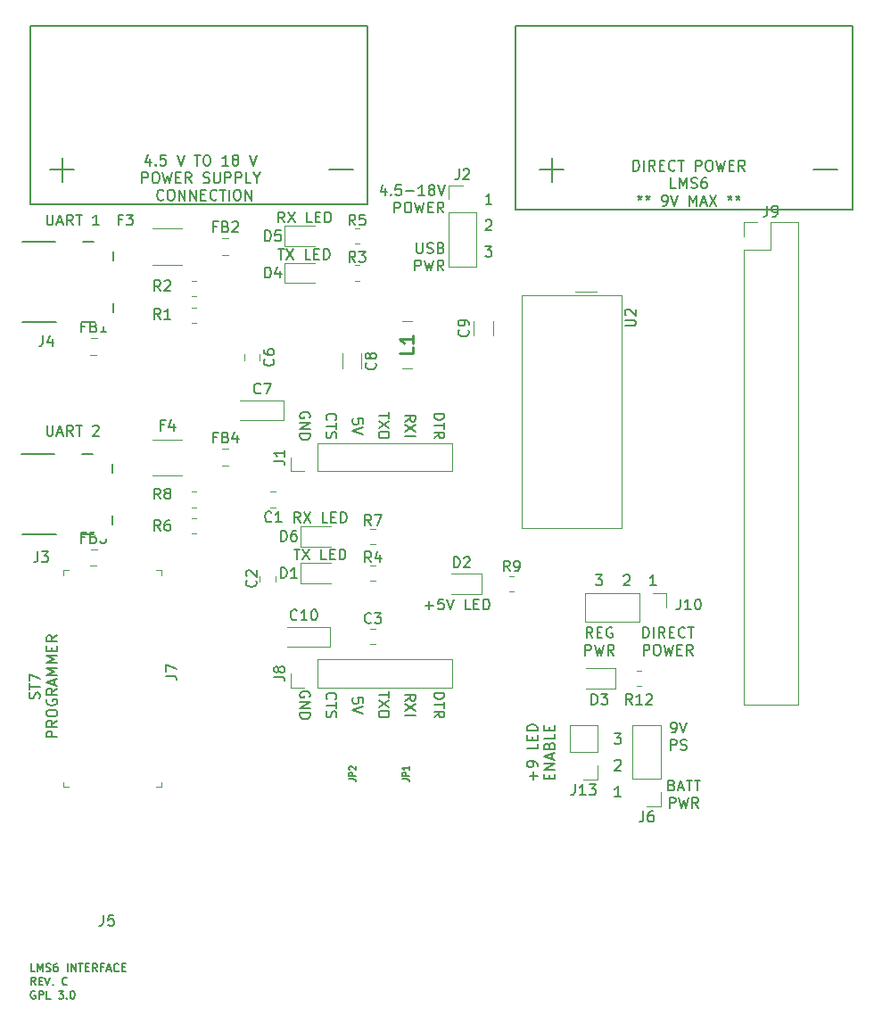
<source format=gto>
%TF.GenerationSoftware,KiCad,Pcbnew,(5.1.7)-1*%
%TF.CreationDate,2020-11-29T11:49:03-06:00*%
%TF.ProjectId,Programmer Board,50726f67-7261-46d6-9d65-7220426f6172,A*%
%TF.SameCoordinates,Original*%
%TF.FileFunction,Legend,Top*%
%TF.FilePolarity,Positive*%
%FSLAX46Y46*%
G04 Gerber Fmt 4.6, Leading zero omitted, Abs format (unit mm)*
G04 Created by KiCad (PCBNEW (5.1.7)-1) date 2020-11-29 11:49:03*
%MOMM*%
%LPD*%
G01*
G04 APERTURE LIST*
%ADD10C,0.150000*%
%ADD11C,0.170000*%
%ADD12C,0.100000*%
%ADD13C,0.120000*%
%ADD14C,0.254000*%
%ADD15C,0.127000*%
%ADD16R,1.750000X4.500000*%
%ADD17O,1.700000X1.700000*%
%ADD18R,1.700000X1.700000*%
%ADD19R,1.700000X0.250000*%
%ADD20O,2.300000X1.200000*%
%ADD21R,3.900000X1.800000*%
%ADD22R,1.200000X1.200000*%
%ADD23C,11.200000*%
%ADD24C,2.200000*%
%ADD25R,2.200000X2.200000*%
%ADD26C,3.180000*%
%ADD27C,1.900000*%
%ADD28R,1.900000X1.900000*%
%ADD29O,3.000000X1.500000*%
%ADD30R,3.000000X1.500000*%
G04 APERTURE END LIST*
D10*
X142188214Y-88210714D02*
X142188214Y-88877380D01*
X141950119Y-87829761D02*
X141712023Y-88544047D01*
X142331071Y-88544047D01*
X142712023Y-88782142D02*
X142759642Y-88829761D01*
X142712023Y-88877380D01*
X142664404Y-88829761D01*
X142712023Y-88782142D01*
X142712023Y-88877380D01*
X143664404Y-87877380D02*
X143188214Y-87877380D01*
X143140595Y-88353571D01*
X143188214Y-88305952D01*
X143283452Y-88258333D01*
X143521547Y-88258333D01*
X143616785Y-88305952D01*
X143664404Y-88353571D01*
X143712023Y-88448809D01*
X143712023Y-88686904D01*
X143664404Y-88782142D01*
X143616785Y-88829761D01*
X143521547Y-88877380D01*
X143283452Y-88877380D01*
X143188214Y-88829761D01*
X143140595Y-88782142D01*
X144140595Y-88496428D02*
X144902500Y-88496428D01*
X145902500Y-88877380D02*
X145331071Y-88877380D01*
X145616785Y-88877380D02*
X145616785Y-87877380D01*
X145521547Y-88020238D01*
X145426309Y-88115476D01*
X145331071Y-88163095D01*
X146473928Y-88305952D02*
X146378690Y-88258333D01*
X146331071Y-88210714D01*
X146283452Y-88115476D01*
X146283452Y-88067857D01*
X146331071Y-87972619D01*
X146378690Y-87925000D01*
X146473928Y-87877380D01*
X146664404Y-87877380D01*
X146759642Y-87925000D01*
X146807261Y-87972619D01*
X146854880Y-88067857D01*
X146854880Y-88115476D01*
X146807261Y-88210714D01*
X146759642Y-88258333D01*
X146664404Y-88305952D01*
X146473928Y-88305952D01*
X146378690Y-88353571D01*
X146331071Y-88401190D01*
X146283452Y-88496428D01*
X146283452Y-88686904D01*
X146331071Y-88782142D01*
X146378690Y-88829761D01*
X146473928Y-88877380D01*
X146664404Y-88877380D01*
X146759642Y-88829761D01*
X146807261Y-88782142D01*
X146854880Y-88686904D01*
X146854880Y-88496428D01*
X146807261Y-88401190D01*
X146759642Y-88353571D01*
X146664404Y-88305952D01*
X147140595Y-87877380D02*
X147473928Y-88877380D01*
X147807261Y-87877380D01*
X143045357Y-90527380D02*
X143045357Y-89527380D01*
X143426309Y-89527380D01*
X143521547Y-89575000D01*
X143569166Y-89622619D01*
X143616785Y-89717857D01*
X143616785Y-89860714D01*
X143569166Y-89955952D01*
X143521547Y-90003571D01*
X143426309Y-90051190D01*
X143045357Y-90051190D01*
X144235833Y-89527380D02*
X144426309Y-89527380D01*
X144521547Y-89575000D01*
X144616785Y-89670238D01*
X144664404Y-89860714D01*
X144664404Y-90194047D01*
X144616785Y-90384523D01*
X144521547Y-90479761D01*
X144426309Y-90527380D01*
X144235833Y-90527380D01*
X144140595Y-90479761D01*
X144045357Y-90384523D01*
X143997738Y-90194047D01*
X143997738Y-89860714D01*
X144045357Y-89670238D01*
X144140595Y-89575000D01*
X144235833Y-89527380D01*
X144997738Y-89527380D02*
X145235833Y-90527380D01*
X145426309Y-89813095D01*
X145616785Y-90527380D01*
X145854880Y-89527380D01*
X146235833Y-90003571D02*
X146569166Y-90003571D01*
X146712023Y-90527380D02*
X146235833Y-90527380D01*
X146235833Y-89527380D01*
X146712023Y-89527380D01*
X147712023Y-90527380D02*
X147378690Y-90051190D01*
X147140595Y-90527380D02*
X147140595Y-89527380D01*
X147521547Y-89527380D01*
X147616785Y-89575000D01*
X147664404Y-89622619D01*
X147712023Y-89717857D01*
X147712023Y-89860714D01*
X147664404Y-89955952D01*
X147616785Y-90003571D01*
X147521547Y-90051190D01*
X147140595Y-90051190D01*
X145140595Y-93377380D02*
X145140595Y-94186904D01*
X145188214Y-94282142D01*
X145235833Y-94329761D01*
X145331071Y-94377380D01*
X145521547Y-94377380D01*
X145616785Y-94329761D01*
X145664404Y-94282142D01*
X145712023Y-94186904D01*
X145712023Y-93377380D01*
X146140595Y-94329761D02*
X146283452Y-94377380D01*
X146521547Y-94377380D01*
X146616785Y-94329761D01*
X146664404Y-94282142D01*
X146712023Y-94186904D01*
X146712023Y-94091666D01*
X146664404Y-93996428D01*
X146616785Y-93948809D01*
X146521547Y-93901190D01*
X146331071Y-93853571D01*
X146235833Y-93805952D01*
X146188214Y-93758333D01*
X146140595Y-93663095D01*
X146140595Y-93567857D01*
X146188214Y-93472619D01*
X146235833Y-93425000D01*
X146331071Y-93377380D01*
X146569166Y-93377380D01*
X146712023Y-93425000D01*
X147473928Y-93853571D02*
X147616785Y-93901190D01*
X147664404Y-93948809D01*
X147712023Y-94044047D01*
X147712023Y-94186904D01*
X147664404Y-94282142D01*
X147616785Y-94329761D01*
X147521547Y-94377380D01*
X147140595Y-94377380D01*
X147140595Y-93377380D01*
X147473928Y-93377380D01*
X147569166Y-93425000D01*
X147616785Y-93472619D01*
X147664404Y-93567857D01*
X147664404Y-93663095D01*
X147616785Y-93758333D01*
X147569166Y-93805952D01*
X147473928Y-93853571D01*
X147140595Y-93853571D01*
X144997738Y-96027380D02*
X144997738Y-95027380D01*
X145378690Y-95027380D01*
X145473928Y-95075000D01*
X145521547Y-95122619D01*
X145569166Y-95217857D01*
X145569166Y-95360714D01*
X145521547Y-95455952D01*
X145473928Y-95503571D01*
X145378690Y-95551190D01*
X144997738Y-95551190D01*
X145902500Y-95027380D02*
X146140595Y-96027380D01*
X146331071Y-95313095D01*
X146521547Y-96027380D01*
X146759642Y-95027380D01*
X147712023Y-96027380D02*
X147378690Y-95551190D01*
X147140595Y-96027380D02*
X147140595Y-95027380D01*
X147521547Y-95027380D01*
X147616785Y-95075000D01*
X147664404Y-95122619D01*
X147712023Y-95217857D01*
X147712023Y-95360714D01*
X147664404Y-95455952D01*
X147616785Y-95503571D01*
X147521547Y-95551190D01*
X147140595Y-95551190D01*
X161857142Y-130877380D02*
X161523809Y-130401190D01*
X161285714Y-130877380D02*
X161285714Y-129877380D01*
X161666666Y-129877380D01*
X161761904Y-129925000D01*
X161809523Y-129972619D01*
X161857142Y-130067857D01*
X161857142Y-130210714D01*
X161809523Y-130305952D01*
X161761904Y-130353571D01*
X161666666Y-130401190D01*
X161285714Y-130401190D01*
X162285714Y-130353571D02*
X162619047Y-130353571D01*
X162761904Y-130877380D02*
X162285714Y-130877380D01*
X162285714Y-129877380D01*
X162761904Y-129877380D01*
X163714285Y-129925000D02*
X163619047Y-129877380D01*
X163476190Y-129877380D01*
X163333333Y-129925000D01*
X163238095Y-130020238D01*
X163190476Y-130115476D01*
X163142857Y-130305952D01*
X163142857Y-130448809D01*
X163190476Y-130639285D01*
X163238095Y-130734523D01*
X163333333Y-130829761D01*
X163476190Y-130877380D01*
X163571428Y-130877380D01*
X163714285Y-130829761D01*
X163761904Y-130782142D01*
X163761904Y-130448809D01*
X163571428Y-130448809D01*
X161166666Y-132527380D02*
X161166666Y-131527380D01*
X161547619Y-131527380D01*
X161642857Y-131575000D01*
X161690476Y-131622619D01*
X161738095Y-131717857D01*
X161738095Y-131860714D01*
X161690476Y-131955952D01*
X161642857Y-132003571D01*
X161547619Y-132051190D01*
X161166666Y-132051190D01*
X162071428Y-131527380D02*
X162309523Y-132527380D01*
X162500000Y-131813095D01*
X162690476Y-132527380D01*
X162928571Y-131527380D01*
X163880952Y-132527380D02*
X163547619Y-132051190D01*
X163309523Y-132527380D02*
X163309523Y-131527380D01*
X163690476Y-131527380D01*
X163785714Y-131575000D01*
X163833333Y-131622619D01*
X163880952Y-131717857D01*
X163880952Y-131860714D01*
X163833333Y-131955952D01*
X163785714Y-132003571D01*
X163690476Y-132051190D01*
X163309523Y-132051190D01*
X166666666Y-130877380D02*
X166666666Y-129877380D01*
X166904761Y-129877380D01*
X167047619Y-129925000D01*
X167142857Y-130020238D01*
X167190476Y-130115476D01*
X167238095Y-130305952D01*
X167238095Y-130448809D01*
X167190476Y-130639285D01*
X167142857Y-130734523D01*
X167047619Y-130829761D01*
X166904761Y-130877380D01*
X166666666Y-130877380D01*
X167666666Y-130877380D02*
X167666666Y-129877380D01*
X168714285Y-130877380D02*
X168380952Y-130401190D01*
X168142857Y-130877380D02*
X168142857Y-129877380D01*
X168523809Y-129877380D01*
X168619047Y-129925000D01*
X168666666Y-129972619D01*
X168714285Y-130067857D01*
X168714285Y-130210714D01*
X168666666Y-130305952D01*
X168619047Y-130353571D01*
X168523809Y-130401190D01*
X168142857Y-130401190D01*
X169142857Y-130353571D02*
X169476190Y-130353571D01*
X169619047Y-130877380D02*
X169142857Y-130877380D01*
X169142857Y-129877380D01*
X169619047Y-129877380D01*
X170619047Y-130782142D02*
X170571428Y-130829761D01*
X170428571Y-130877380D01*
X170333333Y-130877380D01*
X170190476Y-130829761D01*
X170095238Y-130734523D01*
X170047619Y-130639285D01*
X170000000Y-130448809D01*
X170000000Y-130305952D01*
X170047619Y-130115476D01*
X170095238Y-130020238D01*
X170190476Y-129925000D01*
X170333333Y-129877380D01*
X170428571Y-129877380D01*
X170571428Y-129925000D01*
X170619047Y-129972619D01*
X170904761Y-129877380D02*
X171476190Y-129877380D01*
X171190476Y-130877380D02*
X171190476Y-129877380D01*
X166690476Y-132527380D02*
X166690476Y-131527380D01*
X167071428Y-131527380D01*
X167166666Y-131575000D01*
X167214285Y-131622619D01*
X167261904Y-131717857D01*
X167261904Y-131860714D01*
X167214285Y-131955952D01*
X167166666Y-132003571D01*
X167071428Y-132051190D01*
X166690476Y-132051190D01*
X167880952Y-131527380D02*
X168071428Y-131527380D01*
X168166666Y-131575000D01*
X168261904Y-131670238D01*
X168309523Y-131860714D01*
X168309523Y-132194047D01*
X168261904Y-132384523D01*
X168166666Y-132479761D01*
X168071428Y-132527380D01*
X167880952Y-132527380D01*
X167785714Y-132479761D01*
X167690476Y-132384523D01*
X167642857Y-132194047D01*
X167642857Y-131860714D01*
X167690476Y-131670238D01*
X167785714Y-131575000D01*
X167880952Y-131527380D01*
X168642857Y-131527380D02*
X168880952Y-132527380D01*
X169071428Y-131813095D01*
X169261904Y-132527380D01*
X169500000Y-131527380D01*
X169880952Y-132003571D02*
X170214285Y-132003571D01*
X170357142Y-132527380D02*
X169880952Y-132527380D01*
X169880952Y-131527380D01*
X170357142Y-131527380D01*
X171357142Y-132527380D02*
X171023809Y-132051190D01*
X170785714Y-132527380D02*
X170785714Y-131527380D01*
X171166666Y-131527380D01*
X171261904Y-131575000D01*
X171309523Y-131622619D01*
X171357142Y-131717857D01*
X171357142Y-131860714D01*
X171309523Y-131955952D01*
X171261904Y-132003571D01*
X171166666Y-132051190D01*
X170785714Y-132051190D01*
X169380952Y-139877380D02*
X169571428Y-139877380D01*
X169666666Y-139829761D01*
X169714285Y-139782142D01*
X169809523Y-139639285D01*
X169857142Y-139448809D01*
X169857142Y-139067857D01*
X169809523Y-138972619D01*
X169761904Y-138925000D01*
X169666666Y-138877380D01*
X169476190Y-138877380D01*
X169380952Y-138925000D01*
X169333333Y-138972619D01*
X169285714Y-139067857D01*
X169285714Y-139305952D01*
X169333333Y-139401190D01*
X169380952Y-139448809D01*
X169476190Y-139496428D01*
X169666666Y-139496428D01*
X169761904Y-139448809D01*
X169809523Y-139401190D01*
X169857142Y-139305952D01*
X170142857Y-138877380D02*
X170476190Y-139877380D01*
X170809523Y-138877380D01*
X169261904Y-141527380D02*
X169261904Y-140527380D01*
X169642857Y-140527380D01*
X169738095Y-140575000D01*
X169785714Y-140622619D01*
X169833333Y-140717857D01*
X169833333Y-140860714D01*
X169785714Y-140955952D01*
X169738095Y-141003571D01*
X169642857Y-141051190D01*
X169261904Y-141051190D01*
X170214285Y-141479761D02*
X170357142Y-141527380D01*
X170595238Y-141527380D01*
X170690476Y-141479761D01*
X170738095Y-141432142D01*
X170785714Y-141336904D01*
X170785714Y-141241666D01*
X170738095Y-141146428D01*
X170690476Y-141098809D01*
X170595238Y-141051190D01*
X170404761Y-141003571D01*
X170309523Y-140955952D01*
X170261904Y-140908333D01*
X170214285Y-140813095D01*
X170214285Y-140717857D01*
X170261904Y-140622619D01*
X170309523Y-140575000D01*
X170404761Y-140527380D01*
X170642857Y-140527380D01*
X170785714Y-140575000D01*
X169380952Y-144853571D02*
X169523809Y-144901190D01*
X169571428Y-144948809D01*
X169619047Y-145044047D01*
X169619047Y-145186904D01*
X169571428Y-145282142D01*
X169523809Y-145329761D01*
X169428571Y-145377380D01*
X169047619Y-145377380D01*
X169047619Y-144377380D01*
X169380952Y-144377380D01*
X169476190Y-144425000D01*
X169523809Y-144472619D01*
X169571428Y-144567857D01*
X169571428Y-144663095D01*
X169523809Y-144758333D01*
X169476190Y-144805952D01*
X169380952Y-144853571D01*
X169047619Y-144853571D01*
X170000000Y-145091666D02*
X170476190Y-145091666D01*
X169904761Y-145377380D02*
X170238095Y-144377380D01*
X170571428Y-145377380D01*
X170761904Y-144377380D02*
X171333333Y-144377380D01*
X171047619Y-145377380D02*
X171047619Y-144377380D01*
X171523809Y-144377380D02*
X172095238Y-144377380D01*
X171809523Y-145377380D02*
X171809523Y-144377380D01*
X169166666Y-147027380D02*
X169166666Y-146027380D01*
X169547619Y-146027380D01*
X169642857Y-146075000D01*
X169690476Y-146122619D01*
X169738095Y-146217857D01*
X169738095Y-146360714D01*
X169690476Y-146455952D01*
X169642857Y-146503571D01*
X169547619Y-146551190D01*
X169166666Y-146551190D01*
X170071428Y-146027380D02*
X170309523Y-147027380D01*
X170500000Y-146313095D01*
X170690476Y-147027380D01*
X170928571Y-146027380D01*
X171880952Y-147027380D02*
X171547619Y-146551190D01*
X171309523Y-147027380D02*
X171309523Y-146027380D01*
X171690476Y-146027380D01*
X171785714Y-146075000D01*
X171833333Y-146122619D01*
X171880952Y-146217857D01*
X171880952Y-146360714D01*
X171833333Y-146455952D01*
X171785714Y-146503571D01*
X171690476Y-146551190D01*
X171309523Y-146551190D01*
X156246428Y-144345238D02*
X156246428Y-143583333D01*
X156627380Y-143964285D02*
X155865476Y-143964285D01*
X156627380Y-143059523D02*
X156627380Y-142869047D01*
X156579761Y-142773809D01*
X156532142Y-142726190D01*
X156389285Y-142630952D01*
X156198809Y-142583333D01*
X155817857Y-142583333D01*
X155722619Y-142630952D01*
X155675000Y-142678571D01*
X155627380Y-142773809D01*
X155627380Y-142964285D01*
X155675000Y-143059523D01*
X155722619Y-143107142D01*
X155817857Y-143154761D01*
X156055952Y-143154761D01*
X156151190Y-143107142D01*
X156198809Y-143059523D01*
X156246428Y-142964285D01*
X156246428Y-142773809D01*
X156198809Y-142678571D01*
X156151190Y-142630952D01*
X156055952Y-142583333D01*
X156627380Y-140916666D02*
X156627380Y-141392857D01*
X155627380Y-141392857D01*
X156103571Y-140583333D02*
X156103571Y-140250000D01*
X156627380Y-140107142D02*
X156627380Y-140583333D01*
X155627380Y-140583333D01*
X155627380Y-140107142D01*
X156627380Y-139678571D02*
X155627380Y-139678571D01*
X155627380Y-139440476D01*
X155675000Y-139297619D01*
X155770238Y-139202380D01*
X155865476Y-139154761D01*
X156055952Y-139107142D01*
X156198809Y-139107142D01*
X156389285Y-139154761D01*
X156484523Y-139202380D01*
X156579761Y-139297619D01*
X156627380Y-139440476D01*
X156627380Y-139678571D01*
X157753571Y-144273809D02*
X157753571Y-143940476D01*
X158277380Y-143797619D02*
X158277380Y-144273809D01*
X157277380Y-144273809D01*
X157277380Y-143797619D01*
X158277380Y-143369047D02*
X157277380Y-143369047D01*
X158277380Y-142797619D01*
X157277380Y-142797619D01*
X157991666Y-142369047D02*
X157991666Y-141892857D01*
X158277380Y-142464285D02*
X157277380Y-142130952D01*
X158277380Y-141797619D01*
X157753571Y-141130952D02*
X157801190Y-140988095D01*
X157848809Y-140940476D01*
X157944047Y-140892857D01*
X158086904Y-140892857D01*
X158182142Y-140940476D01*
X158229761Y-140988095D01*
X158277380Y-141083333D01*
X158277380Y-141464285D01*
X157277380Y-141464285D01*
X157277380Y-141130952D01*
X157325000Y-141035714D01*
X157372619Y-140988095D01*
X157467857Y-140940476D01*
X157563095Y-140940476D01*
X157658333Y-140988095D01*
X157705952Y-141035714D01*
X157753571Y-141130952D01*
X157753571Y-141464285D01*
X158277380Y-139988095D02*
X158277380Y-140464285D01*
X157277380Y-140464285D01*
X157753571Y-139654761D02*
X157753571Y-139321428D01*
X158277380Y-139178571D02*
X158277380Y-139654761D01*
X157277380Y-139654761D01*
X157277380Y-139178571D01*
X110047619Y-110702380D02*
X110047619Y-111511904D01*
X110095238Y-111607142D01*
X110142857Y-111654761D01*
X110238095Y-111702380D01*
X110428571Y-111702380D01*
X110523809Y-111654761D01*
X110571428Y-111607142D01*
X110619047Y-111511904D01*
X110619047Y-110702380D01*
X111047619Y-111416666D02*
X111523809Y-111416666D01*
X110952380Y-111702380D02*
X111285714Y-110702380D01*
X111619047Y-111702380D01*
X112523809Y-111702380D02*
X112190476Y-111226190D01*
X111952380Y-111702380D02*
X111952380Y-110702380D01*
X112333333Y-110702380D01*
X112428571Y-110750000D01*
X112476190Y-110797619D01*
X112523809Y-110892857D01*
X112523809Y-111035714D01*
X112476190Y-111130952D01*
X112428571Y-111178571D01*
X112333333Y-111226190D01*
X111952380Y-111226190D01*
X112809523Y-110702380D02*
X113380952Y-110702380D01*
X113095238Y-111702380D02*
X113095238Y-110702380D01*
X114428571Y-110797619D02*
X114476190Y-110750000D01*
X114571428Y-110702380D01*
X114809523Y-110702380D01*
X114904761Y-110750000D01*
X114952380Y-110797619D01*
X115000000Y-110892857D01*
X115000000Y-110988095D01*
X114952380Y-111130952D01*
X114380952Y-111702380D01*
X115000000Y-111702380D01*
X110047619Y-90702380D02*
X110047619Y-91511904D01*
X110095238Y-91607142D01*
X110142857Y-91654761D01*
X110238095Y-91702380D01*
X110428571Y-91702380D01*
X110523809Y-91654761D01*
X110571428Y-91607142D01*
X110619047Y-91511904D01*
X110619047Y-90702380D01*
X111047619Y-91416666D02*
X111523809Y-91416666D01*
X110952380Y-91702380D02*
X111285714Y-90702380D01*
X111619047Y-91702380D01*
X112523809Y-91702380D02*
X112190476Y-91226190D01*
X111952380Y-91702380D02*
X111952380Y-90702380D01*
X112333333Y-90702380D01*
X112428571Y-90750000D01*
X112476190Y-90797619D01*
X112523809Y-90892857D01*
X112523809Y-91035714D01*
X112476190Y-91130952D01*
X112428571Y-91178571D01*
X112333333Y-91226190D01*
X111952380Y-91226190D01*
X112809523Y-90702380D02*
X113380952Y-90702380D01*
X113095238Y-91702380D02*
X113095238Y-90702380D01*
X115000000Y-91702380D02*
X114428571Y-91702380D01*
X114714285Y-91702380D02*
X114714285Y-90702380D01*
X114619047Y-90845238D01*
X114523809Y-90940476D01*
X114428571Y-90988095D01*
X144047619Y-136845238D02*
X144523809Y-136511904D01*
X144047619Y-136273809D02*
X145047619Y-136273809D01*
X145047619Y-136654761D01*
X145000000Y-136750000D01*
X144952380Y-136797619D01*
X144857142Y-136845238D01*
X144714285Y-136845238D01*
X144619047Y-136797619D01*
X144571428Y-136750000D01*
X144523809Y-136654761D01*
X144523809Y-136273809D01*
X145047619Y-137178571D02*
X144047619Y-137845238D01*
X145047619Y-137845238D02*
X144047619Y-137178571D01*
X144047619Y-138226190D02*
X145047619Y-138226190D01*
X142547619Y-135964285D02*
X142547619Y-136535714D01*
X141547619Y-136250000D02*
X142547619Y-136250000D01*
X142547619Y-136773809D02*
X141547619Y-137440476D01*
X142547619Y-137440476D02*
X141547619Y-136773809D01*
X142547619Y-138011904D02*
X142547619Y-138202380D01*
X142500000Y-138297619D01*
X142404761Y-138392857D01*
X142214285Y-138440476D01*
X141880952Y-138440476D01*
X141690476Y-138392857D01*
X141595238Y-138297619D01*
X141547619Y-138202380D01*
X141547619Y-138011904D01*
X141595238Y-137916666D01*
X141690476Y-137821428D01*
X141880952Y-137773809D01*
X142214285Y-137773809D01*
X142404761Y-137821428D01*
X142500000Y-137916666D01*
X142547619Y-138011904D01*
X140047619Y-137059523D02*
X140047619Y-136583333D01*
X139571428Y-136535714D01*
X139619047Y-136583333D01*
X139666666Y-136678571D01*
X139666666Y-136916666D01*
X139619047Y-137011904D01*
X139571428Y-137059523D01*
X139476190Y-137107142D01*
X139238095Y-137107142D01*
X139142857Y-137059523D01*
X139095238Y-137011904D01*
X139047619Y-136916666D01*
X139047619Y-136678571D01*
X139095238Y-136583333D01*
X139142857Y-136535714D01*
X140047619Y-137392857D02*
X139047619Y-137726190D01*
X140047619Y-138059523D01*
X136642857Y-136702380D02*
X136595238Y-136654761D01*
X136547619Y-136511904D01*
X136547619Y-136416666D01*
X136595238Y-136273809D01*
X136690476Y-136178571D01*
X136785714Y-136130952D01*
X136976190Y-136083333D01*
X137119047Y-136083333D01*
X137309523Y-136130952D01*
X137404761Y-136178571D01*
X137500000Y-136273809D01*
X137547619Y-136416666D01*
X137547619Y-136511904D01*
X137500000Y-136654761D01*
X137452380Y-136702380D01*
X137547619Y-136988095D02*
X137547619Y-137559523D01*
X136547619Y-137273809D02*
X137547619Y-137273809D01*
X136595238Y-137845238D02*
X136547619Y-137988095D01*
X136547619Y-138226190D01*
X136595238Y-138321428D01*
X136642857Y-138369047D01*
X136738095Y-138416666D01*
X136833333Y-138416666D01*
X136928571Y-138369047D01*
X136976190Y-138321428D01*
X137023809Y-138226190D01*
X137071428Y-138035714D01*
X137119047Y-137940476D01*
X137166666Y-137892857D01*
X137261904Y-137845238D01*
X137357142Y-137845238D01*
X137452380Y-137892857D01*
X137500000Y-137940476D01*
X137547619Y-138035714D01*
X137547619Y-138273809D01*
X137500000Y-138416666D01*
X146797619Y-136107142D02*
X147797619Y-136107142D01*
X147797619Y-136345238D01*
X147750000Y-136488095D01*
X147654761Y-136583333D01*
X147559523Y-136630952D01*
X147369047Y-136678571D01*
X147226190Y-136678571D01*
X147035714Y-136630952D01*
X146940476Y-136583333D01*
X146845238Y-136488095D01*
X146797619Y-136345238D01*
X146797619Y-136107142D01*
X147797619Y-136964285D02*
X147797619Y-137535714D01*
X146797619Y-137250000D02*
X147797619Y-137250000D01*
X146797619Y-138440476D02*
X147273809Y-138107142D01*
X146797619Y-137869047D02*
X147797619Y-137869047D01*
X147797619Y-138250000D01*
X147750000Y-138345238D01*
X147702380Y-138392857D01*
X147607142Y-138440476D01*
X147464285Y-138440476D01*
X147369047Y-138392857D01*
X147321428Y-138345238D01*
X147273809Y-138250000D01*
X147273809Y-137869047D01*
X135000000Y-136488095D02*
X135047619Y-136392857D01*
X135047619Y-136250000D01*
X135000000Y-136107142D01*
X134904761Y-136011904D01*
X134809523Y-135964285D01*
X134619047Y-135916666D01*
X134476190Y-135916666D01*
X134285714Y-135964285D01*
X134190476Y-136011904D01*
X134095238Y-136107142D01*
X134047619Y-136250000D01*
X134047619Y-136345238D01*
X134095238Y-136488095D01*
X134142857Y-136535714D01*
X134476190Y-136535714D01*
X134476190Y-136345238D01*
X134047619Y-136964285D02*
X135047619Y-136964285D01*
X134047619Y-137535714D01*
X135047619Y-137535714D01*
X134047619Y-138011904D02*
X135047619Y-138011904D01*
X135047619Y-138250000D01*
X135000000Y-138392857D01*
X134904761Y-138488095D01*
X134809523Y-138535714D01*
X134619047Y-138583333D01*
X134476190Y-138583333D01*
X134285714Y-138535714D01*
X134190476Y-138488095D01*
X134095238Y-138392857D01*
X134047619Y-138250000D01*
X134047619Y-138011904D01*
X146797619Y-109607142D02*
X147797619Y-109607142D01*
X147797619Y-109845238D01*
X147750000Y-109988095D01*
X147654761Y-110083333D01*
X147559523Y-110130952D01*
X147369047Y-110178571D01*
X147226190Y-110178571D01*
X147035714Y-110130952D01*
X146940476Y-110083333D01*
X146845238Y-109988095D01*
X146797619Y-109845238D01*
X146797619Y-109607142D01*
X147797619Y-110464285D02*
X147797619Y-111035714D01*
X146797619Y-110750000D02*
X147797619Y-110750000D01*
X146797619Y-111940476D02*
X147273809Y-111607142D01*
X146797619Y-111369047D02*
X147797619Y-111369047D01*
X147797619Y-111750000D01*
X147750000Y-111845238D01*
X147702380Y-111892857D01*
X147607142Y-111940476D01*
X147464285Y-111940476D01*
X147369047Y-111892857D01*
X147321428Y-111845238D01*
X147273809Y-111750000D01*
X147273809Y-111369047D01*
X144047619Y-110345238D02*
X144523809Y-110011904D01*
X144047619Y-109773809D02*
X145047619Y-109773809D01*
X145047619Y-110154761D01*
X145000000Y-110250000D01*
X144952380Y-110297619D01*
X144857142Y-110345238D01*
X144714285Y-110345238D01*
X144619047Y-110297619D01*
X144571428Y-110250000D01*
X144523809Y-110154761D01*
X144523809Y-109773809D01*
X145047619Y-110678571D02*
X144047619Y-111345238D01*
X145047619Y-111345238D02*
X144047619Y-110678571D01*
X144047619Y-111726190D02*
X145047619Y-111726190D01*
X142547619Y-109464285D02*
X142547619Y-110035714D01*
X141547619Y-109750000D02*
X142547619Y-109750000D01*
X142547619Y-110273809D02*
X141547619Y-110940476D01*
X142547619Y-110940476D02*
X141547619Y-110273809D01*
X142547619Y-111511904D02*
X142547619Y-111702380D01*
X142500000Y-111797619D01*
X142404761Y-111892857D01*
X142214285Y-111940476D01*
X141880952Y-111940476D01*
X141690476Y-111892857D01*
X141595238Y-111797619D01*
X141547619Y-111702380D01*
X141547619Y-111511904D01*
X141595238Y-111416666D01*
X141690476Y-111321428D01*
X141880952Y-111273809D01*
X142214285Y-111273809D01*
X142404761Y-111321428D01*
X142500000Y-111416666D01*
X142547619Y-111511904D01*
X140047619Y-110559523D02*
X140047619Y-110083333D01*
X139571428Y-110035714D01*
X139619047Y-110083333D01*
X139666666Y-110178571D01*
X139666666Y-110416666D01*
X139619047Y-110511904D01*
X139571428Y-110559523D01*
X139476190Y-110607142D01*
X139238095Y-110607142D01*
X139142857Y-110559523D01*
X139095238Y-110511904D01*
X139047619Y-110416666D01*
X139047619Y-110178571D01*
X139095238Y-110083333D01*
X139142857Y-110035714D01*
X140047619Y-110892857D02*
X139047619Y-111226190D01*
X140047619Y-111559523D01*
X136642857Y-110202380D02*
X136595238Y-110154761D01*
X136547619Y-110011904D01*
X136547619Y-109916666D01*
X136595238Y-109773809D01*
X136690476Y-109678571D01*
X136785714Y-109630952D01*
X136976190Y-109583333D01*
X137119047Y-109583333D01*
X137309523Y-109630952D01*
X137404761Y-109678571D01*
X137500000Y-109773809D01*
X137547619Y-109916666D01*
X137547619Y-110011904D01*
X137500000Y-110154761D01*
X137452380Y-110202380D01*
X137547619Y-110488095D02*
X137547619Y-111059523D01*
X136547619Y-110773809D02*
X137547619Y-110773809D01*
X136595238Y-111345238D02*
X136547619Y-111488095D01*
X136547619Y-111726190D01*
X136595238Y-111821428D01*
X136642857Y-111869047D01*
X136738095Y-111916666D01*
X136833333Y-111916666D01*
X136928571Y-111869047D01*
X136976190Y-111821428D01*
X137023809Y-111726190D01*
X137071428Y-111535714D01*
X137119047Y-111440476D01*
X137166666Y-111392857D01*
X137261904Y-111345238D01*
X137357142Y-111345238D01*
X137452380Y-111392857D01*
X137500000Y-111440476D01*
X137547619Y-111535714D01*
X137547619Y-111773809D01*
X137500000Y-111916666D01*
X135000000Y-109988095D02*
X135047619Y-109892857D01*
X135047619Y-109750000D01*
X135000000Y-109607142D01*
X134904761Y-109511904D01*
X134809523Y-109464285D01*
X134619047Y-109416666D01*
X134476190Y-109416666D01*
X134285714Y-109464285D01*
X134190476Y-109511904D01*
X134095238Y-109607142D01*
X134047619Y-109750000D01*
X134047619Y-109845238D01*
X134095238Y-109988095D01*
X134142857Y-110035714D01*
X134476190Y-110035714D01*
X134476190Y-109845238D01*
X134047619Y-110464285D02*
X135047619Y-110464285D01*
X134047619Y-111035714D01*
X135047619Y-111035714D01*
X134047619Y-111511904D02*
X135047619Y-111511904D01*
X135047619Y-111750000D01*
X135000000Y-111892857D01*
X134904761Y-111988095D01*
X134809523Y-112035714D01*
X134619047Y-112083333D01*
X134476190Y-112083333D01*
X134285714Y-112035714D01*
X134190476Y-111988095D01*
X134095238Y-111892857D01*
X134047619Y-111750000D01*
X134047619Y-111511904D01*
X133500000Y-122452380D02*
X134071428Y-122452380D01*
X133785714Y-123452380D02*
X133785714Y-122452380D01*
X134309523Y-122452380D02*
X134976190Y-123452380D01*
X134976190Y-122452380D02*
X134309523Y-123452380D01*
X136595238Y-123452380D02*
X136119047Y-123452380D01*
X136119047Y-122452380D01*
X136928571Y-122928571D02*
X137261904Y-122928571D01*
X137404761Y-123452380D02*
X136928571Y-123452380D01*
X136928571Y-122452380D01*
X137404761Y-122452380D01*
X137833333Y-123452380D02*
X137833333Y-122452380D01*
X138071428Y-122452380D01*
X138214285Y-122500000D01*
X138309523Y-122595238D01*
X138357142Y-122690476D01*
X138404761Y-122880952D01*
X138404761Y-123023809D01*
X138357142Y-123214285D01*
X138309523Y-123309523D01*
X138214285Y-123404761D01*
X138071428Y-123452380D01*
X137833333Y-123452380D01*
X134095238Y-119952380D02*
X133761904Y-119476190D01*
X133523809Y-119952380D02*
X133523809Y-118952380D01*
X133904761Y-118952380D01*
X134000000Y-119000000D01*
X134047619Y-119047619D01*
X134095238Y-119142857D01*
X134095238Y-119285714D01*
X134047619Y-119380952D01*
X134000000Y-119428571D01*
X133904761Y-119476190D01*
X133523809Y-119476190D01*
X134428571Y-118952380D02*
X135095238Y-119952380D01*
X135095238Y-118952380D02*
X134428571Y-119952380D01*
X136714285Y-119952380D02*
X136238095Y-119952380D01*
X136238095Y-118952380D01*
X137047619Y-119428571D02*
X137380952Y-119428571D01*
X137523809Y-119952380D02*
X137047619Y-119952380D01*
X137047619Y-118952380D01*
X137523809Y-118952380D01*
X137952380Y-119952380D02*
X137952380Y-118952380D01*
X138190476Y-118952380D01*
X138333333Y-119000000D01*
X138428571Y-119095238D01*
X138476190Y-119190476D01*
X138523809Y-119380952D01*
X138523809Y-119523809D01*
X138476190Y-119714285D01*
X138428571Y-119809523D01*
X138333333Y-119904761D01*
X138190476Y-119952380D01*
X137952380Y-119952380D01*
X145976190Y-127821428D02*
X146738095Y-127821428D01*
X146357142Y-128202380D02*
X146357142Y-127440476D01*
X147690476Y-127202380D02*
X147214285Y-127202380D01*
X147166666Y-127678571D01*
X147214285Y-127630952D01*
X147309523Y-127583333D01*
X147547619Y-127583333D01*
X147642857Y-127630952D01*
X147690476Y-127678571D01*
X147738095Y-127773809D01*
X147738095Y-128011904D01*
X147690476Y-128107142D01*
X147642857Y-128154761D01*
X147547619Y-128202380D01*
X147309523Y-128202380D01*
X147214285Y-128154761D01*
X147166666Y-128107142D01*
X148023809Y-127202380D02*
X148357142Y-128202380D01*
X148690476Y-127202380D01*
X150261904Y-128202380D02*
X149785714Y-128202380D01*
X149785714Y-127202380D01*
X150595238Y-127678571D02*
X150928571Y-127678571D01*
X151071428Y-128202380D02*
X150595238Y-128202380D01*
X150595238Y-127202380D01*
X151071428Y-127202380D01*
X151500000Y-128202380D02*
X151500000Y-127202380D01*
X151738095Y-127202380D01*
X151880952Y-127250000D01*
X151976190Y-127345238D01*
X152023809Y-127440476D01*
X152071428Y-127630952D01*
X152071428Y-127773809D01*
X152023809Y-127964285D01*
X151976190Y-128059523D01*
X151880952Y-128154761D01*
X151738095Y-128202380D01*
X151500000Y-128202380D01*
X132000000Y-93952380D02*
X132571428Y-93952380D01*
X132285714Y-94952380D02*
X132285714Y-93952380D01*
X132809523Y-93952380D02*
X133476190Y-94952380D01*
X133476190Y-93952380D02*
X132809523Y-94952380D01*
X135095238Y-94952380D02*
X134619047Y-94952380D01*
X134619047Y-93952380D01*
X135428571Y-94428571D02*
X135761904Y-94428571D01*
X135904761Y-94952380D02*
X135428571Y-94952380D01*
X135428571Y-93952380D01*
X135904761Y-93952380D01*
X136333333Y-94952380D02*
X136333333Y-93952380D01*
X136571428Y-93952380D01*
X136714285Y-94000000D01*
X136809523Y-94095238D01*
X136857142Y-94190476D01*
X136904761Y-94380952D01*
X136904761Y-94523809D01*
X136857142Y-94714285D01*
X136809523Y-94809523D01*
X136714285Y-94904761D01*
X136571428Y-94952380D01*
X136333333Y-94952380D01*
X132595238Y-91452380D02*
X132261904Y-90976190D01*
X132023809Y-91452380D02*
X132023809Y-90452380D01*
X132404761Y-90452380D01*
X132500000Y-90500000D01*
X132547619Y-90547619D01*
X132595238Y-90642857D01*
X132595238Y-90785714D01*
X132547619Y-90880952D01*
X132500000Y-90928571D01*
X132404761Y-90976190D01*
X132023809Y-90976190D01*
X132928571Y-90452380D02*
X133595238Y-91452380D01*
X133595238Y-90452380D02*
X132928571Y-91452380D01*
X135214285Y-91452380D02*
X134738095Y-91452380D01*
X134738095Y-90452380D01*
X135547619Y-90928571D02*
X135880952Y-90928571D01*
X136023809Y-91452380D02*
X135547619Y-91452380D01*
X135547619Y-90452380D01*
X136023809Y-90452380D01*
X136452380Y-91452380D02*
X136452380Y-90452380D01*
X136690476Y-90452380D01*
X136833333Y-90500000D01*
X136928571Y-90595238D01*
X136976190Y-90690476D01*
X137023809Y-90880952D01*
X137023809Y-91023809D01*
X136976190Y-91214285D01*
X136928571Y-91309523D01*
X136833333Y-91404761D01*
X136690476Y-91452380D01*
X136452380Y-91452380D01*
X186500000Y-72750000D02*
X154500000Y-72750000D01*
X186500000Y-90250000D02*
X186500000Y-72750000D01*
X154500000Y-90250000D02*
X186500000Y-90250000D01*
X154500000Y-72750000D02*
X154500000Y-90250000D01*
X156857142Y-86464285D02*
X159142857Y-86464285D01*
X158000000Y-87607142D02*
X158000000Y-85321428D01*
X182857142Y-86464285D02*
X185142857Y-86464285D01*
X136857142Y-86464285D02*
X139142857Y-86464285D01*
X140500000Y-89750000D02*
X108500000Y-89750000D01*
X140500000Y-72750000D02*
X140500000Y-89750000D01*
X108500000Y-72750000D02*
X140500000Y-72750000D01*
X108500000Y-89750000D02*
X108500000Y-72750000D01*
X110357142Y-86464285D02*
X112642857Y-86464285D01*
X111500000Y-87607142D02*
X111500000Y-85321428D01*
D11*
X108896214Y-162544285D02*
X108539071Y-162544285D01*
X108539071Y-161794285D01*
X109146214Y-162544285D02*
X109146214Y-161794285D01*
X109396214Y-162330000D01*
X109646214Y-161794285D01*
X109646214Y-162544285D01*
X109967642Y-162508571D02*
X110074785Y-162544285D01*
X110253357Y-162544285D01*
X110324785Y-162508571D01*
X110360500Y-162472857D01*
X110396214Y-162401428D01*
X110396214Y-162330000D01*
X110360500Y-162258571D01*
X110324785Y-162222857D01*
X110253357Y-162187142D01*
X110110500Y-162151428D01*
X110039071Y-162115714D01*
X110003357Y-162080000D01*
X109967642Y-162008571D01*
X109967642Y-161937142D01*
X110003357Y-161865714D01*
X110039071Y-161830000D01*
X110110500Y-161794285D01*
X110289071Y-161794285D01*
X110396214Y-161830000D01*
X111039071Y-161794285D02*
X110896214Y-161794285D01*
X110824785Y-161830000D01*
X110789071Y-161865714D01*
X110717642Y-161972857D01*
X110681928Y-162115714D01*
X110681928Y-162401428D01*
X110717642Y-162472857D01*
X110753357Y-162508571D01*
X110824785Y-162544285D01*
X110967642Y-162544285D01*
X111039071Y-162508571D01*
X111074785Y-162472857D01*
X111110500Y-162401428D01*
X111110500Y-162222857D01*
X111074785Y-162151428D01*
X111039071Y-162115714D01*
X110967642Y-162080000D01*
X110824785Y-162080000D01*
X110753357Y-162115714D01*
X110717642Y-162151428D01*
X110681928Y-162222857D01*
X112003357Y-162544285D02*
X112003357Y-161794285D01*
X112360500Y-162544285D02*
X112360500Y-161794285D01*
X112789071Y-162544285D01*
X112789071Y-161794285D01*
X113039071Y-161794285D02*
X113467642Y-161794285D01*
X113253357Y-162544285D02*
X113253357Y-161794285D01*
X113717642Y-162151428D02*
X113967642Y-162151428D01*
X114074785Y-162544285D02*
X113717642Y-162544285D01*
X113717642Y-161794285D01*
X114074785Y-161794285D01*
X114824785Y-162544285D02*
X114574785Y-162187142D01*
X114396214Y-162544285D02*
X114396214Y-161794285D01*
X114681928Y-161794285D01*
X114753357Y-161830000D01*
X114789071Y-161865714D01*
X114824785Y-161937142D01*
X114824785Y-162044285D01*
X114789071Y-162115714D01*
X114753357Y-162151428D01*
X114681928Y-162187142D01*
X114396214Y-162187142D01*
X115396214Y-162151428D02*
X115146214Y-162151428D01*
X115146214Y-162544285D02*
X115146214Y-161794285D01*
X115503357Y-161794285D01*
X115753357Y-162330000D02*
X116110500Y-162330000D01*
X115681928Y-162544285D02*
X115931928Y-161794285D01*
X116181928Y-162544285D01*
X116860500Y-162472857D02*
X116824785Y-162508571D01*
X116717642Y-162544285D01*
X116646214Y-162544285D01*
X116539071Y-162508571D01*
X116467642Y-162437142D01*
X116431928Y-162365714D01*
X116396214Y-162222857D01*
X116396214Y-162115714D01*
X116431928Y-161972857D01*
X116467642Y-161901428D01*
X116539071Y-161830000D01*
X116646214Y-161794285D01*
X116717642Y-161794285D01*
X116824785Y-161830000D01*
X116860500Y-161865714D01*
X117181928Y-162151428D02*
X117431928Y-162151428D01*
X117539071Y-162544285D02*
X117181928Y-162544285D01*
X117181928Y-161794285D01*
X117539071Y-161794285D01*
X108967642Y-163839285D02*
X108717642Y-163482142D01*
X108539071Y-163839285D02*
X108539071Y-163089285D01*
X108824785Y-163089285D01*
X108896214Y-163125000D01*
X108931928Y-163160714D01*
X108967642Y-163232142D01*
X108967642Y-163339285D01*
X108931928Y-163410714D01*
X108896214Y-163446428D01*
X108824785Y-163482142D01*
X108539071Y-163482142D01*
X109289071Y-163446428D02*
X109539071Y-163446428D01*
X109646214Y-163839285D02*
X109289071Y-163839285D01*
X109289071Y-163089285D01*
X109646214Y-163089285D01*
X109860500Y-163089285D02*
X110110500Y-163839285D01*
X110360500Y-163089285D01*
X110610500Y-163767857D02*
X110646214Y-163803571D01*
X110610500Y-163839285D01*
X110574785Y-163803571D01*
X110610500Y-163767857D01*
X110610500Y-163839285D01*
X111967642Y-163767857D02*
X111931928Y-163803571D01*
X111824785Y-163839285D01*
X111753357Y-163839285D01*
X111646214Y-163803571D01*
X111574785Y-163732142D01*
X111539071Y-163660714D01*
X111503357Y-163517857D01*
X111503357Y-163410714D01*
X111539071Y-163267857D01*
X111574785Y-163196428D01*
X111646214Y-163125000D01*
X111753357Y-163089285D01*
X111824785Y-163089285D01*
X111931928Y-163125000D01*
X111967642Y-163160714D01*
X108931928Y-164420000D02*
X108860500Y-164384285D01*
X108753357Y-164384285D01*
X108646214Y-164420000D01*
X108574785Y-164491428D01*
X108539071Y-164562857D01*
X108503357Y-164705714D01*
X108503357Y-164812857D01*
X108539071Y-164955714D01*
X108574785Y-165027142D01*
X108646214Y-165098571D01*
X108753357Y-165134285D01*
X108824785Y-165134285D01*
X108931928Y-165098571D01*
X108967642Y-165062857D01*
X108967642Y-164812857D01*
X108824785Y-164812857D01*
X109289071Y-165134285D02*
X109289071Y-164384285D01*
X109574785Y-164384285D01*
X109646214Y-164420000D01*
X109681928Y-164455714D01*
X109717642Y-164527142D01*
X109717642Y-164634285D01*
X109681928Y-164705714D01*
X109646214Y-164741428D01*
X109574785Y-164777142D01*
X109289071Y-164777142D01*
X110396214Y-165134285D02*
X110039071Y-165134285D01*
X110039071Y-164384285D01*
X111146214Y-164384285D02*
X111610500Y-164384285D01*
X111360500Y-164670000D01*
X111467642Y-164670000D01*
X111539071Y-164705714D01*
X111574785Y-164741428D01*
X111610500Y-164812857D01*
X111610500Y-164991428D01*
X111574785Y-165062857D01*
X111539071Y-165098571D01*
X111467642Y-165134285D01*
X111253357Y-165134285D01*
X111181928Y-165098571D01*
X111146214Y-165062857D01*
X111931928Y-165062857D02*
X111967642Y-165098571D01*
X111931928Y-165134285D01*
X111896214Y-165098571D01*
X111931928Y-165062857D01*
X111931928Y-165134285D01*
X112431928Y-164384285D02*
X112503357Y-164384285D01*
X112574785Y-164420000D01*
X112610500Y-164455714D01*
X112646214Y-164527142D01*
X112681928Y-164670000D01*
X112681928Y-164848571D01*
X112646214Y-164991428D01*
X112610500Y-165062857D01*
X112574785Y-165098571D01*
X112503357Y-165134285D01*
X112431928Y-165134285D01*
X112360500Y-165098571D01*
X112324785Y-165062857D01*
X112289071Y-164991428D01*
X112253357Y-164848571D01*
X112253357Y-164670000D01*
X112289071Y-164527142D01*
X112324785Y-164455714D01*
X112360500Y-164420000D01*
X112431928Y-164384285D01*
D10*
X109329761Y-136642857D02*
X109377380Y-136500000D01*
X109377380Y-136261904D01*
X109329761Y-136166666D01*
X109282142Y-136119047D01*
X109186904Y-136071428D01*
X109091666Y-136071428D01*
X108996428Y-136119047D01*
X108948809Y-136166666D01*
X108901190Y-136261904D01*
X108853571Y-136452380D01*
X108805952Y-136547619D01*
X108758333Y-136595238D01*
X108663095Y-136642857D01*
X108567857Y-136642857D01*
X108472619Y-136595238D01*
X108425000Y-136547619D01*
X108377380Y-136452380D01*
X108377380Y-136214285D01*
X108425000Y-136071428D01*
X108377380Y-135785714D02*
X108377380Y-135214285D01*
X109377380Y-135500000D02*
X108377380Y-135500000D01*
X108377380Y-134976190D02*
X108377380Y-134309523D01*
X109377380Y-134738095D01*
X111027380Y-140309523D02*
X110027380Y-140309523D01*
X110027380Y-139928571D01*
X110075000Y-139833333D01*
X110122619Y-139785714D01*
X110217857Y-139738095D01*
X110360714Y-139738095D01*
X110455952Y-139785714D01*
X110503571Y-139833333D01*
X110551190Y-139928571D01*
X110551190Y-140309523D01*
X111027380Y-138738095D02*
X110551190Y-139071428D01*
X111027380Y-139309523D02*
X110027380Y-139309523D01*
X110027380Y-138928571D01*
X110075000Y-138833333D01*
X110122619Y-138785714D01*
X110217857Y-138738095D01*
X110360714Y-138738095D01*
X110455952Y-138785714D01*
X110503571Y-138833333D01*
X110551190Y-138928571D01*
X110551190Y-139309523D01*
X110027380Y-138119047D02*
X110027380Y-137928571D01*
X110075000Y-137833333D01*
X110170238Y-137738095D01*
X110360714Y-137690476D01*
X110694047Y-137690476D01*
X110884523Y-137738095D01*
X110979761Y-137833333D01*
X111027380Y-137928571D01*
X111027380Y-138119047D01*
X110979761Y-138214285D01*
X110884523Y-138309523D01*
X110694047Y-138357142D01*
X110360714Y-138357142D01*
X110170238Y-138309523D01*
X110075000Y-138214285D01*
X110027380Y-138119047D01*
X110075000Y-136738095D02*
X110027380Y-136833333D01*
X110027380Y-136976190D01*
X110075000Y-137119047D01*
X110170238Y-137214285D01*
X110265476Y-137261904D01*
X110455952Y-137309523D01*
X110598809Y-137309523D01*
X110789285Y-137261904D01*
X110884523Y-137214285D01*
X110979761Y-137119047D01*
X111027380Y-136976190D01*
X111027380Y-136880952D01*
X110979761Y-136738095D01*
X110932142Y-136690476D01*
X110598809Y-136690476D01*
X110598809Y-136880952D01*
X111027380Y-135690476D02*
X110551190Y-136023809D01*
X111027380Y-136261904D02*
X110027380Y-136261904D01*
X110027380Y-135880952D01*
X110075000Y-135785714D01*
X110122619Y-135738095D01*
X110217857Y-135690476D01*
X110360714Y-135690476D01*
X110455952Y-135738095D01*
X110503571Y-135785714D01*
X110551190Y-135880952D01*
X110551190Y-136261904D01*
X110741666Y-135309523D02*
X110741666Y-134833333D01*
X111027380Y-135404761D02*
X110027380Y-135071428D01*
X111027380Y-134738095D01*
X111027380Y-134404761D02*
X110027380Y-134404761D01*
X110741666Y-134071428D01*
X110027380Y-133738095D01*
X111027380Y-133738095D01*
X111027380Y-133261904D02*
X110027380Y-133261904D01*
X110741666Y-132928571D01*
X110027380Y-132595238D01*
X111027380Y-132595238D01*
X110503571Y-132119047D02*
X110503571Y-131785714D01*
X111027380Y-131642857D02*
X111027380Y-132119047D01*
X110027380Y-132119047D01*
X110027380Y-131642857D01*
X111027380Y-130642857D02*
X110551190Y-130976190D01*
X111027380Y-131214285D02*
X110027380Y-131214285D01*
X110027380Y-130833333D01*
X110075000Y-130738095D01*
X110122619Y-130690476D01*
X110217857Y-130642857D01*
X110360714Y-130642857D01*
X110455952Y-130690476D01*
X110503571Y-130738095D01*
X110551190Y-130833333D01*
X110551190Y-131214285D01*
X119857142Y-85385714D02*
X119857142Y-86052380D01*
X119619047Y-85004761D02*
X119380952Y-85719047D01*
X120000000Y-85719047D01*
X120380952Y-85957142D02*
X120428571Y-86004761D01*
X120380952Y-86052380D01*
X120333333Y-86004761D01*
X120380952Y-85957142D01*
X120380952Y-86052380D01*
X121333333Y-85052380D02*
X120857142Y-85052380D01*
X120809523Y-85528571D01*
X120857142Y-85480952D01*
X120952380Y-85433333D01*
X121190476Y-85433333D01*
X121285714Y-85480952D01*
X121333333Y-85528571D01*
X121380952Y-85623809D01*
X121380952Y-85861904D01*
X121333333Y-85957142D01*
X121285714Y-86004761D01*
X121190476Y-86052380D01*
X120952380Y-86052380D01*
X120857142Y-86004761D01*
X120809523Y-85957142D01*
X122428571Y-85052380D02*
X122761904Y-86052380D01*
X123095238Y-85052380D01*
X124047619Y-85052380D02*
X124619047Y-85052380D01*
X124333333Y-86052380D02*
X124333333Y-85052380D01*
X125142857Y-85052380D02*
X125333333Y-85052380D01*
X125428571Y-85100000D01*
X125523809Y-85195238D01*
X125571428Y-85385714D01*
X125571428Y-85719047D01*
X125523809Y-85909523D01*
X125428571Y-86004761D01*
X125333333Y-86052380D01*
X125142857Y-86052380D01*
X125047619Y-86004761D01*
X124952380Y-85909523D01*
X124904761Y-85719047D01*
X124904761Y-85385714D01*
X124952380Y-85195238D01*
X125047619Y-85100000D01*
X125142857Y-85052380D01*
X127285714Y-86052380D02*
X126714285Y-86052380D01*
X127000000Y-86052380D02*
X127000000Y-85052380D01*
X126904761Y-85195238D01*
X126809523Y-85290476D01*
X126714285Y-85338095D01*
X127857142Y-85480952D02*
X127761904Y-85433333D01*
X127714285Y-85385714D01*
X127666666Y-85290476D01*
X127666666Y-85242857D01*
X127714285Y-85147619D01*
X127761904Y-85100000D01*
X127857142Y-85052380D01*
X128047619Y-85052380D01*
X128142857Y-85100000D01*
X128190476Y-85147619D01*
X128238095Y-85242857D01*
X128238095Y-85290476D01*
X128190476Y-85385714D01*
X128142857Y-85433333D01*
X128047619Y-85480952D01*
X127857142Y-85480952D01*
X127761904Y-85528571D01*
X127714285Y-85576190D01*
X127666666Y-85671428D01*
X127666666Y-85861904D01*
X127714285Y-85957142D01*
X127761904Y-86004761D01*
X127857142Y-86052380D01*
X128047619Y-86052380D01*
X128142857Y-86004761D01*
X128190476Y-85957142D01*
X128238095Y-85861904D01*
X128238095Y-85671428D01*
X128190476Y-85576190D01*
X128142857Y-85528571D01*
X128047619Y-85480952D01*
X129285714Y-85052380D02*
X129619047Y-86052380D01*
X129952380Y-85052380D01*
X119095238Y-87702380D02*
X119095238Y-86702380D01*
X119476190Y-86702380D01*
X119571428Y-86750000D01*
X119619047Y-86797619D01*
X119666666Y-86892857D01*
X119666666Y-87035714D01*
X119619047Y-87130952D01*
X119571428Y-87178571D01*
X119476190Y-87226190D01*
X119095238Y-87226190D01*
X120285714Y-86702380D02*
X120476190Y-86702380D01*
X120571428Y-86750000D01*
X120666666Y-86845238D01*
X120714285Y-87035714D01*
X120714285Y-87369047D01*
X120666666Y-87559523D01*
X120571428Y-87654761D01*
X120476190Y-87702380D01*
X120285714Y-87702380D01*
X120190476Y-87654761D01*
X120095238Y-87559523D01*
X120047619Y-87369047D01*
X120047619Y-87035714D01*
X120095238Y-86845238D01*
X120190476Y-86750000D01*
X120285714Y-86702380D01*
X121047619Y-86702380D02*
X121285714Y-87702380D01*
X121476190Y-86988095D01*
X121666666Y-87702380D01*
X121904761Y-86702380D01*
X122285714Y-87178571D02*
X122619047Y-87178571D01*
X122761904Y-87702380D02*
X122285714Y-87702380D01*
X122285714Y-86702380D01*
X122761904Y-86702380D01*
X123761904Y-87702380D02*
X123428571Y-87226190D01*
X123190476Y-87702380D02*
X123190476Y-86702380D01*
X123571428Y-86702380D01*
X123666666Y-86750000D01*
X123714285Y-86797619D01*
X123761904Y-86892857D01*
X123761904Y-87035714D01*
X123714285Y-87130952D01*
X123666666Y-87178571D01*
X123571428Y-87226190D01*
X123190476Y-87226190D01*
X124904761Y-87654761D02*
X125047619Y-87702380D01*
X125285714Y-87702380D01*
X125380952Y-87654761D01*
X125428571Y-87607142D01*
X125476190Y-87511904D01*
X125476190Y-87416666D01*
X125428571Y-87321428D01*
X125380952Y-87273809D01*
X125285714Y-87226190D01*
X125095238Y-87178571D01*
X125000000Y-87130952D01*
X124952380Y-87083333D01*
X124904761Y-86988095D01*
X124904761Y-86892857D01*
X124952380Y-86797619D01*
X125000000Y-86750000D01*
X125095238Y-86702380D01*
X125333333Y-86702380D01*
X125476190Y-86750000D01*
X125904761Y-86702380D02*
X125904761Y-87511904D01*
X125952380Y-87607142D01*
X126000000Y-87654761D01*
X126095238Y-87702380D01*
X126285714Y-87702380D01*
X126380952Y-87654761D01*
X126428571Y-87607142D01*
X126476190Y-87511904D01*
X126476190Y-86702380D01*
X126952380Y-87702380D02*
X126952380Y-86702380D01*
X127333333Y-86702380D01*
X127428571Y-86750000D01*
X127476190Y-86797619D01*
X127523809Y-86892857D01*
X127523809Y-87035714D01*
X127476190Y-87130952D01*
X127428571Y-87178571D01*
X127333333Y-87226190D01*
X126952380Y-87226190D01*
X127952380Y-87702380D02*
X127952380Y-86702380D01*
X128333333Y-86702380D01*
X128428571Y-86750000D01*
X128476190Y-86797619D01*
X128523809Y-86892857D01*
X128523809Y-87035714D01*
X128476190Y-87130952D01*
X128428571Y-87178571D01*
X128333333Y-87226190D01*
X127952380Y-87226190D01*
X129428571Y-87702380D02*
X128952380Y-87702380D01*
X128952380Y-86702380D01*
X129952380Y-87226190D02*
X129952380Y-87702380D01*
X129619047Y-86702380D02*
X129952380Y-87226190D01*
X130285714Y-86702380D01*
X121119047Y-89257142D02*
X121071428Y-89304761D01*
X120928571Y-89352380D01*
X120833333Y-89352380D01*
X120690476Y-89304761D01*
X120595238Y-89209523D01*
X120547619Y-89114285D01*
X120500000Y-88923809D01*
X120500000Y-88780952D01*
X120547619Y-88590476D01*
X120595238Y-88495238D01*
X120690476Y-88400000D01*
X120833333Y-88352380D01*
X120928571Y-88352380D01*
X121071428Y-88400000D01*
X121119047Y-88447619D01*
X121738095Y-88352380D02*
X121928571Y-88352380D01*
X122023809Y-88400000D01*
X122119047Y-88495238D01*
X122166666Y-88685714D01*
X122166666Y-89019047D01*
X122119047Y-89209523D01*
X122023809Y-89304761D01*
X121928571Y-89352380D01*
X121738095Y-89352380D01*
X121642857Y-89304761D01*
X121547619Y-89209523D01*
X121500000Y-89019047D01*
X121500000Y-88685714D01*
X121547619Y-88495238D01*
X121642857Y-88400000D01*
X121738095Y-88352380D01*
X122595238Y-89352380D02*
X122595238Y-88352380D01*
X123166666Y-89352380D01*
X123166666Y-88352380D01*
X123642857Y-89352380D02*
X123642857Y-88352380D01*
X124214285Y-89352380D01*
X124214285Y-88352380D01*
X124690476Y-88828571D02*
X125023809Y-88828571D01*
X125166666Y-89352380D02*
X124690476Y-89352380D01*
X124690476Y-88352380D01*
X125166666Y-88352380D01*
X126166666Y-89257142D02*
X126119047Y-89304761D01*
X125976190Y-89352380D01*
X125880952Y-89352380D01*
X125738095Y-89304761D01*
X125642857Y-89209523D01*
X125595238Y-89114285D01*
X125547619Y-88923809D01*
X125547619Y-88780952D01*
X125595238Y-88590476D01*
X125642857Y-88495238D01*
X125738095Y-88400000D01*
X125880952Y-88352380D01*
X125976190Y-88352380D01*
X126119047Y-88400000D01*
X126166666Y-88447619D01*
X126452380Y-88352380D02*
X127023809Y-88352380D01*
X126738095Y-89352380D02*
X126738095Y-88352380D01*
X127357142Y-89352380D02*
X127357142Y-88352380D01*
X128023809Y-88352380D02*
X128214285Y-88352380D01*
X128309523Y-88400000D01*
X128404761Y-88495238D01*
X128452380Y-88685714D01*
X128452380Y-89019047D01*
X128404761Y-89209523D01*
X128309523Y-89304761D01*
X128214285Y-89352380D01*
X128023809Y-89352380D01*
X127928571Y-89304761D01*
X127833333Y-89209523D01*
X127785714Y-89019047D01*
X127785714Y-88685714D01*
X127833333Y-88495238D01*
X127928571Y-88400000D01*
X128023809Y-88352380D01*
X128880952Y-89352380D02*
X128880952Y-88352380D01*
X129452380Y-89352380D01*
X129452380Y-88352380D01*
X165738095Y-86552380D02*
X165738095Y-85552380D01*
X165976190Y-85552380D01*
X166119047Y-85600000D01*
X166214285Y-85695238D01*
X166261904Y-85790476D01*
X166309523Y-85980952D01*
X166309523Y-86123809D01*
X166261904Y-86314285D01*
X166214285Y-86409523D01*
X166119047Y-86504761D01*
X165976190Y-86552380D01*
X165738095Y-86552380D01*
X166738095Y-86552380D02*
X166738095Y-85552380D01*
X167785714Y-86552380D02*
X167452380Y-86076190D01*
X167214285Y-86552380D02*
X167214285Y-85552380D01*
X167595238Y-85552380D01*
X167690476Y-85600000D01*
X167738095Y-85647619D01*
X167785714Y-85742857D01*
X167785714Y-85885714D01*
X167738095Y-85980952D01*
X167690476Y-86028571D01*
X167595238Y-86076190D01*
X167214285Y-86076190D01*
X168214285Y-86028571D02*
X168547619Y-86028571D01*
X168690476Y-86552380D02*
X168214285Y-86552380D01*
X168214285Y-85552380D01*
X168690476Y-85552380D01*
X169690476Y-86457142D02*
X169642857Y-86504761D01*
X169500000Y-86552380D01*
X169404761Y-86552380D01*
X169261904Y-86504761D01*
X169166666Y-86409523D01*
X169119047Y-86314285D01*
X169071428Y-86123809D01*
X169071428Y-85980952D01*
X169119047Y-85790476D01*
X169166666Y-85695238D01*
X169261904Y-85600000D01*
X169404761Y-85552380D01*
X169500000Y-85552380D01*
X169642857Y-85600000D01*
X169690476Y-85647619D01*
X169976190Y-85552380D02*
X170547619Y-85552380D01*
X170261904Y-86552380D02*
X170261904Y-85552380D01*
X171642857Y-86552380D02*
X171642857Y-85552380D01*
X172023809Y-85552380D01*
X172119047Y-85600000D01*
X172166666Y-85647619D01*
X172214285Y-85742857D01*
X172214285Y-85885714D01*
X172166666Y-85980952D01*
X172119047Y-86028571D01*
X172023809Y-86076190D01*
X171642857Y-86076190D01*
X172833333Y-85552380D02*
X173023809Y-85552380D01*
X173119047Y-85600000D01*
X173214285Y-85695238D01*
X173261904Y-85885714D01*
X173261904Y-86219047D01*
X173214285Y-86409523D01*
X173119047Y-86504761D01*
X173023809Y-86552380D01*
X172833333Y-86552380D01*
X172738095Y-86504761D01*
X172642857Y-86409523D01*
X172595238Y-86219047D01*
X172595238Y-85885714D01*
X172642857Y-85695238D01*
X172738095Y-85600000D01*
X172833333Y-85552380D01*
X173595238Y-85552380D02*
X173833333Y-86552380D01*
X174023809Y-85838095D01*
X174214285Y-86552380D01*
X174452380Y-85552380D01*
X174833333Y-86028571D02*
X175166666Y-86028571D01*
X175309523Y-86552380D02*
X174833333Y-86552380D01*
X174833333Y-85552380D01*
X175309523Y-85552380D01*
X176309523Y-86552380D02*
X175976190Y-86076190D01*
X175738095Y-86552380D02*
X175738095Y-85552380D01*
X176119047Y-85552380D01*
X176214285Y-85600000D01*
X176261904Y-85647619D01*
X176309523Y-85742857D01*
X176309523Y-85885714D01*
X176261904Y-85980952D01*
X176214285Y-86028571D01*
X176119047Y-86076190D01*
X175738095Y-86076190D01*
X169785714Y-88202380D02*
X169309523Y-88202380D01*
X169309523Y-87202380D01*
X170119047Y-88202380D02*
X170119047Y-87202380D01*
X170452380Y-87916666D01*
X170785714Y-87202380D01*
X170785714Y-88202380D01*
X171214285Y-88154761D02*
X171357142Y-88202380D01*
X171595238Y-88202380D01*
X171690476Y-88154761D01*
X171738095Y-88107142D01*
X171785714Y-88011904D01*
X171785714Y-87916666D01*
X171738095Y-87821428D01*
X171690476Y-87773809D01*
X171595238Y-87726190D01*
X171404761Y-87678571D01*
X171309523Y-87630952D01*
X171261904Y-87583333D01*
X171214285Y-87488095D01*
X171214285Y-87392857D01*
X171261904Y-87297619D01*
X171309523Y-87250000D01*
X171404761Y-87202380D01*
X171642857Y-87202380D01*
X171785714Y-87250000D01*
X172642857Y-87202380D02*
X172452380Y-87202380D01*
X172357142Y-87250000D01*
X172309523Y-87297619D01*
X172214285Y-87440476D01*
X172166666Y-87630952D01*
X172166666Y-88011904D01*
X172214285Y-88107142D01*
X172261904Y-88154761D01*
X172357142Y-88202380D01*
X172547619Y-88202380D01*
X172642857Y-88154761D01*
X172690476Y-88107142D01*
X172738095Y-88011904D01*
X172738095Y-87773809D01*
X172690476Y-87678571D01*
X172642857Y-87630952D01*
X172547619Y-87583333D01*
X172357142Y-87583333D01*
X172261904Y-87630952D01*
X172214285Y-87678571D01*
X172166666Y-87773809D01*
X166333333Y-88852380D02*
X166333333Y-89090476D01*
X166095238Y-88995238D02*
X166333333Y-89090476D01*
X166571428Y-88995238D01*
X166190476Y-89280952D02*
X166333333Y-89090476D01*
X166476190Y-89280952D01*
X167095238Y-88852380D02*
X167095238Y-89090476D01*
X166857142Y-88995238D02*
X167095238Y-89090476D01*
X167333333Y-88995238D01*
X166952380Y-89280952D02*
X167095238Y-89090476D01*
X167238095Y-89280952D01*
X168523809Y-89852380D02*
X168714285Y-89852380D01*
X168809523Y-89804761D01*
X168857142Y-89757142D01*
X168952380Y-89614285D01*
X169000000Y-89423809D01*
X169000000Y-89042857D01*
X168952380Y-88947619D01*
X168904761Y-88900000D01*
X168809523Y-88852380D01*
X168619047Y-88852380D01*
X168523809Y-88900000D01*
X168476190Y-88947619D01*
X168428571Y-89042857D01*
X168428571Y-89280952D01*
X168476190Y-89376190D01*
X168523809Y-89423809D01*
X168619047Y-89471428D01*
X168809523Y-89471428D01*
X168904761Y-89423809D01*
X168952380Y-89376190D01*
X169000000Y-89280952D01*
X169285714Y-88852380D02*
X169619047Y-89852380D01*
X169952380Y-88852380D01*
X171047619Y-89852380D02*
X171047619Y-88852380D01*
X171380952Y-89566666D01*
X171714285Y-88852380D01*
X171714285Y-89852380D01*
X172142857Y-89566666D02*
X172619047Y-89566666D01*
X172047619Y-89852380D02*
X172380952Y-88852380D01*
X172714285Y-89852380D01*
X172952380Y-88852380D02*
X173619047Y-89852380D01*
X173619047Y-88852380D02*
X172952380Y-89852380D01*
X174904761Y-88852380D02*
X174904761Y-89090476D01*
X174666666Y-88995238D02*
X174904761Y-89090476D01*
X175142857Y-88995238D01*
X174761904Y-89280952D02*
X174904761Y-89090476D01*
X175047619Y-89280952D01*
X175666666Y-88852380D02*
X175666666Y-89090476D01*
X175428571Y-88995238D02*
X175666666Y-89090476D01*
X175904761Y-88995238D01*
X175523809Y-89280952D02*
X175666666Y-89090476D01*
X175809523Y-89280952D01*
X151666666Y-93702380D02*
X152285714Y-93702380D01*
X151952380Y-94083333D01*
X152095238Y-94083333D01*
X152190476Y-94130952D01*
X152238095Y-94178571D01*
X152285714Y-94273809D01*
X152285714Y-94511904D01*
X152238095Y-94607142D01*
X152190476Y-94654761D01*
X152095238Y-94702380D01*
X151809523Y-94702380D01*
X151714285Y-94654761D01*
X151666666Y-94607142D01*
X151714285Y-91297619D02*
X151761904Y-91250000D01*
X151857142Y-91202380D01*
X152095238Y-91202380D01*
X152190476Y-91250000D01*
X152238095Y-91297619D01*
X152285714Y-91392857D01*
X152285714Y-91488095D01*
X152238095Y-91630952D01*
X151666666Y-92202380D01*
X152285714Y-92202380D01*
X152285714Y-89702380D02*
X151714285Y-89702380D01*
X152000000Y-89702380D02*
X152000000Y-88702380D01*
X151904761Y-88845238D01*
X151809523Y-88940476D01*
X151714285Y-88988095D01*
X163916666Y-139952380D02*
X164535714Y-139952380D01*
X164202380Y-140333333D01*
X164345238Y-140333333D01*
X164440476Y-140380952D01*
X164488095Y-140428571D01*
X164535714Y-140523809D01*
X164535714Y-140761904D01*
X164488095Y-140857142D01*
X164440476Y-140904761D01*
X164345238Y-140952380D01*
X164059523Y-140952380D01*
X163964285Y-140904761D01*
X163916666Y-140857142D01*
X163964285Y-142547619D02*
X164011904Y-142500000D01*
X164107142Y-142452380D01*
X164345238Y-142452380D01*
X164440476Y-142500000D01*
X164488095Y-142547619D01*
X164535714Y-142642857D01*
X164535714Y-142738095D01*
X164488095Y-142880952D01*
X163916666Y-143452380D01*
X164535714Y-143452380D01*
X164535714Y-145952380D02*
X163964285Y-145952380D01*
X164250000Y-145952380D02*
X164250000Y-144952380D01*
X164154761Y-145095238D01*
X164059523Y-145190476D01*
X163964285Y-145238095D01*
X167885714Y-125902380D02*
X167314285Y-125902380D01*
X167600000Y-125902380D02*
X167600000Y-124902380D01*
X167504761Y-125045238D01*
X167409523Y-125140476D01*
X167314285Y-125188095D01*
X164814285Y-124997619D02*
X164861904Y-124950000D01*
X164957142Y-124902380D01*
X165195238Y-124902380D01*
X165290476Y-124950000D01*
X165338095Y-124997619D01*
X165385714Y-125092857D01*
X165385714Y-125188095D01*
X165338095Y-125330952D01*
X164766666Y-125902380D01*
X165385714Y-125902380D01*
X162166666Y-124902380D02*
X162785714Y-124902380D01*
X162452380Y-125283333D01*
X162595238Y-125283333D01*
X162690476Y-125330952D01*
X162738095Y-125378571D01*
X162785714Y-125473809D01*
X162785714Y-125711904D01*
X162738095Y-125807142D01*
X162690476Y-125854761D01*
X162595238Y-125902380D01*
X162309523Y-125902380D01*
X162214285Y-125854761D01*
X162166666Y-125807142D01*
D12*
%TO.C,L1*%
X144750000Y-100800000D02*
X143750000Y-100800000D01*
X144750000Y-105300000D02*
X143750000Y-105300000D01*
D13*
%TO.C,R9*%
X153937937Y-126485000D02*
X154392065Y-126485000D01*
X153937937Y-125015000D02*
X154392065Y-125015000D01*
%TO.C,D2*%
X151280001Y-124790000D02*
X148420001Y-124790000D01*
X151280001Y-126710000D02*
X151280001Y-124790000D01*
X148420001Y-126710000D02*
X151280001Y-126710000D01*
%TO.C,R8*%
X124227064Y-117015000D02*
X123772936Y-117015000D01*
X124227064Y-118485000D02*
X123772936Y-118485000D01*
%TO.C,R7*%
X141227064Y-120515000D02*
X140772936Y-120515000D01*
X141227064Y-121985000D02*
X140772936Y-121985000D01*
%TO.C,R6*%
X124227064Y-119515000D02*
X123772936Y-119515000D01*
X124227064Y-120985000D02*
X123772936Y-120985000D01*
%TO.C,R4*%
X141227064Y-124015000D02*
X140772936Y-124015000D01*
X141227064Y-125485000D02*
X140772936Y-125485000D01*
%TO.C,J8*%
X133170000Y-135580000D02*
X133170000Y-134250000D01*
X134500000Y-135580000D02*
X133170000Y-135580000D01*
X135770000Y-135580000D02*
X135770000Y-132920000D01*
X135770000Y-132920000D02*
X148530000Y-132920000D01*
X135770000Y-135580000D02*
X148530000Y-135580000D01*
X148530000Y-135580000D02*
X148530000Y-132920000D01*
D10*
%TO.C,J3*%
X107650000Y-113425000D02*
X110800000Y-113425000D01*
X113400000Y-113425000D02*
X114425000Y-113425000D01*
X116275000Y-114375000D02*
X116275000Y-115250000D01*
X116300000Y-119250000D02*
X116300000Y-120125000D01*
X114475000Y-121075000D02*
X113425000Y-121075000D01*
X110900000Y-121075000D02*
X107700000Y-121075000D01*
D13*
%TO.C,J1*%
X133170000Y-115080000D02*
X133170000Y-113750000D01*
X134500000Y-115080000D02*
X133170000Y-115080000D01*
X135770000Y-115080000D02*
X135770000Y-112420000D01*
X135770000Y-112420000D02*
X148530000Y-112420000D01*
X135770000Y-115080000D02*
X148530000Y-115080000D01*
X148530000Y-115080000D02*
X148530000Y-112420000D01*
%TO.C,FB4*%
X126700000Y-112950000D02*
X127300000Y-112950000D01*
X126680000Y-114550000D02*
X127280000Y-114550000D01*
%TO.C,FB3*%
X114200000Y-122450000D02*
X114800000Y-122450000D01*
X114180000Y-124050000D02*
X114780000Y-124050000D01*
%TO.C,F4*%
X122886252Y-112040000D02*
X120113748Y-112040000D01*
X122886252Y-115460000D02*
X120113748Y-115460000D01*
%TO.C,D6*%
X134115000Y-122210000D02*
X136975000Y-122210000D01*
X134115000Y-120290000D02*
X134115000Y-122210000D01*
X136975000Y-120290000D02*
X134115000Y-120290000D01*
%TO.C,D1*%
X134140000Y-125710000D02*
X137000000Y-125710000D01*
X134140000Y-123790000D02*
X134140000Y-125710000D01*
X137000000Y-123790000D02*
X134140000Y-123790000D01*
%TO.C,C10*%
X136922500Y-129815000D02*
X132837500Y-129815000D01*
X136922500Y-131685000D02*
X136922500Y-129815000D01*
X132837500Y-131685000D02*
X136922500Y-131685000D01*
%TO.C,C2*%
X130265000Y-125026248D02*
X130265000Y-125548752D01*
X131735000Y-125026248D02*
X131735000Y-125548752D01*
%TO.C,C1*%
X131798752Y-117015000D02*
X131276248Y-117015000D01*
X131798752Y-118485000D02*
X131276248Y-118485000D01*
D10*
%TO.C,J4*%
X107685000Y-93275000D02*
X110835000Y-93275000D01*
X113435000Y-93275000D02*
X114460000Y-93275000D01*
X116310000Y-94225000D02*
X116310000Y-95100000D01*
X116335000Y-99100000D02*
X116335000Y-99975000D01*
X114510000Y-100925000D02*
X113460000Y-100925000D01*
X110935000Y-100925000D02*
X107735000Y-100925000D01*
D13*
%TO.C,F3*%
X122886252Y-92040000D02*
X120113748Y-92040000D01*
X122886252Y-95460000D02*
X120113748Y-95460000D01*
%TO.C,R5*%
X139727064Y-92015000D02*
X139272936Y-92015000D01*
X139727064Y-93485000D02*
X139272936Y-93485000D01*
%TO.C,R3*%
X139727064Y-95515000D02*
X139272936Y-95515000D01*
X139727064Y-96985000D02*
X139272936Y-96985000D01*
%TO.C,D5*%
X132615000Y-93710000D02*
X135475000Y-93710000D01*
X132615000Y-91790000D02*
X132615000Y-93710000D01*
X135475000Y-91790000D02*
X132615000Y-91790000D01*
%TO.C,D4*%
X132615000Y-97210000D02*
X135475000Y-97210000D01*
X132615000Y-95290000D02*
X132615000Y-97210000D01*
X135475000Y-95290000D02*
X132615000Y-95290000D01*
%TO.C,C6*%
X128765000Y-103988748D02*
X128765000Y-104511252D01*
X130235000Y-103988748D02*
X130235000Y-104511252D01*
%TO.C,C3*%
X140738748Y-131485000D02*
X141261252Y-131485000D01*
X140738748Y-130015000D02*
X141261252Y-130015000D01*
D12*
%TO.C,J7*%
X111600000Y-145050000D02*
X112100000Y-145050000D01*
X111600000Y-145050000D02*
X111600000Y-144550000D01*
X111600000Y-124450000D02*
X111600000Y-124950000D01*
X111600000Y-124450000D02*
X112100000Y-124450000D01*
X120900000Y-124450000D02*
X120400000Y-124450000D01*
X120900000Y-124450000D02*
X120900000Y-124950000D01*
X120900000Y-145050000D02*
X120400000Y-145050000D01*
X120900000Y-145050000D02*
X120900000Y-144550000D01*
D13*
%TO.C,D3*%
X164060000Y-133790000D02*
X161200000Y-133790000D01*
X164060000Y-135710000D02*
X164060000Y-133790000D01*
X161200000Y-135710000D02*
X164060000Y-135710000D01*
%TO.C,U2*%
X155130000Y-98380000D02*
X164570000Y-98380000D01*
X155130000Y-120420000D02*
X155130000Y-98380000D01*
X164570000Y-120420000D02*
X155130000Y-120420000D01*
X164570000Y-98380000D02*
X164570000Y-120420000D01*
X162250000Y-98000000D02*
X160250000Y-98000000D01*
%TO.C,R12*%
X166022936Y-134015000D02*
X166477064Y-134015000D01*
X166022936Y-135485000D02*
X166477064Y-135485000D01*
%TO.C,R2*%
X124227064Y-98485000D02*
X123772936Y-98485000D01*
X124227064Y-97015000D02*
X123772936Y-97015000D01*
%TO.C,R1*%
X124227064Y-100985000D02*
X123772936Y-100985000D01*
X124227064Y-99515000D02*
X123772936Y-99515000D01*
%TO.C,J13*%
X162330000Y-139130000D02*
X159670000Y-139130000D01*
X162330000Y-141730000D02*
X162330000Y-139130000D01*
X159670000Y-141730000D02*
X159670000Y-139130000D01*
X162330000Y-141730000D02*
X159670000Y-141730000D01*
X162330000Y-143000000D02*
X162330000Y-144330000D01*
X162330000Y-144330000D02*
X161000000Y-144330000D01*
%TO.C,J10*%
X161130000Y-126670000D02*
X161130000Y-129330000D01*
X166270000Y-126670000D02*
X161130000Y-126670000D01*
X166270000Y-129330000D02*
X161130000Y-129330000D01*
X166270000Y-126670000D02*
X166270000Y-129330000D01*
X167540000Y-126670000D02*
X168870000Y-126670000D01*
X168870000Y-126670000D02*
X168870000Y-128000000D01*
%TO.C,J9*%
X176170000Y-137260000D02*
X181370000Y-137260000D01*
X176170000Y-94020000D02*
X176170000Y-137260000D01*
X181370000Y-91420000D02*
X181370000Y-137260000D01*
X176170000Y-94020000D02*
X178770000Y-94020000D01*
X178770000Y-94020000D02*
X178770000Y-91420000D01*
X178770000Y-91420000D02*
X181370000Y-91420000D01*
X176170000Y-92750000D02*
X176170000Y-91420000D01*
X176170000Y-91420000D02*
X177500000Y-91420000D01*
%TO.C,J6*%
X168330000Y-139140000D02*
X165670000Y-139140000D01*
X168330000Y-144280000D02*
X168330000Y-139140000D01*
X165670000Y-144280000D02*
X165670000Y-139140000D01*
X168330000Y-144280000D02*
X165670000Y-144280000D01*
X168330000Y-145550000D02*
X168330000Y-146880000D01*
X168330000Y-146880000D02*
X167000000Y-146880000D01*
%TO.C,J2*%
X148170000Y-95660000D02*
X150830000Y-95660000D01*
X148170000Y-90520000D02*
X148170000Y-95660000D01*
X150830000Y-90520000D02*
X150830000Y-95660000D01*
X148170000Y-90520000D02*
X150830000Y-90520000D01*
X148170000Y-89250000D02*
X148170000Y-87920000D01*
X148170000Y-87920000D02*
X149500000Y-87920000D01*
%TO.C,FB2*%
X126680000Y-94550000D02*
X127280000Y-94550000D01*
X126700000Y-92950000D02*
X127300000Y-92950000D01*
%TO.C,FB1*%
X114180000Y-104050000D02*
X114780000Y-104050000D01*
X114200000Y-102450000D02*
X114800000Y-102450000D01*
%TO.C,C9*%
X150590000Y-102198752D02*
X150590000Y-100776248D01*
X152410000Y-102198752D02*
X152410000Y-100776248D01*
%TO.C,C8*%
X139910000Y-103901248D02*
X139910000Y-105323752D01*
X138090000Y-103901248D02*
X138090000Y-105323752D01*
%TO.C,C7*%
X128400000Y-110185000D02*
X132485000Y-110185000D01*
X132485000Y-110185000D02*
X132485000Y-108315000D01*
X132485000Y-108315000D02*
X128400000Y-108315000D01*
%TO.C,L1*%
D14*
X144824523Y-103261666D02*
X144824523Y-103866428D01*
X143554523Y-103866428D01*
X144824523Y-102173095D02*
X144824523Y-102898809D01*
X144824523Y-102535952D02*
X143554523Y-102535952D01*
X143735952Y-102656904D01*
X143856904Y-102777857D01*
X143917380Y-102898809D01*
%TO.C,R9*%
D10*
X153998334Y-124552380D02*
X153665001Y-124076190D01*
X153426905Y-124552380D02*
X153426905Y-123552380D01*
X153807858Y-123552380D01*
X153903096Y-123600000D01*
X153950715Y-123647619D01*
X153998334Y-123742857D01*
X153998334Y-123885714D01*
X153950715Y-123980952D01*
X153903096Y-124028571D01*
X153807858Y-124076190D01*
X153426905Y-124076190D01*
X154474524Y-124552380D02*
X154665001Y-124552380D01*
X154760239Y-124504761D01*
X154807858Y-124457142D01*
X154903096Y-124314285D01*
X154950715Y-124123809D01*
X154950715Y-123742857D01*
X154903096Y-123647619D01*
X154855477Y-123600000D01*
X154760239Y-123552380D01*
X154569762Y-123552380D01*
X154474524Y-123600000D01*
X154426905Y-123647619D01*
X154379286Y-123742857D01*
X154379286Y-123980952D01*
X154426905Y-124076190D01*
X154474524Y-124123809D01*
X154569762Y-124171428D01*
X154760239Y-124171428D01*
X154855477Y-124123809D01*
X154903096Y-124076190D01*
X154950715Y-123980952D01*
%TO.C,D2*%
X148681905Y-124202380D02*
X148681905Y-123202380D01*
X148920001Y-123202380D01*
X149062858Y-123250000D01*
X149158096Y-123345238D01*
X149205715Y-123440476D01*
X149253334Y-123630952D01*
X149253334Y-123773809D01*
X149205715Y-123964285D01*
X149158096Y-124059523D01*
X149062858Y-124154761D01*
X148920001Y-124202380D01*
X148681905Y-124202380D01*
X149634286Y-123297619D02*
X149681905Y-123250000D01*
X149777143Y-123202380D01*
X150015239Y-123202380D01*
X150110477Y-123250000D01*
X150158096Y-123297619D01*
X150205715Y-123392857D01*
X150205715Y-123488095D01*
X150158096Y-123630952D01*
X149586667Y-124202380D01*
X150205715Y-124202380D01*
%TO.C,R8*%
X120833333Y-117702380D02*
X120500000Y-117226190D01*
X120261904Y-117702380D02*
X120261904Y-116702380D01*
X120642857Y-116702380D01*
X120738095Y-116750000D01*
X120785714Y-116797619D01*
X120833333Y-116892857D01*
X120833333Y-117035714D01*
X120785714Y-117130952D01*
X120738095Y-117178571D01*
X120642857Y-117226190D01*
X120261904Y-117226190D01*
X121404761Y-117130952D02*
X121309523Y-117083333D01*
X121261904Y-117035714D01*
X121214285Y-116940476D01*
X121214285Y-116892857D01*
X121261904Y-116797619D01*
X121309523Y-116750000D01*
X121404761Y-116702380D01*
X121595238Y-116702380D01*
X121690476Y-116750000D01*
X121738095Y-116797619D01*
X121785714Y-116892857D01*
X121785714Y-116940476D01*
X121738095Y-117035714D01*
X121690476Y-117083333D01*
X121595238Y-117130952D01*
X121404761Y-117130952D01*
X121309523Y-117178571D01*
X121261904Y-117226190D01*
X121214285Y-117321428D01*
X121214285Y-117511904D01*
X121261904Y-117607142D01*
X121309523Y-117654761D01*
X121404761Y-117702380D01*
X121595238Y-117702380D01*
X121690476Y-117654761D01*
X121738095Y-117607142D01*
X121785714Y-117511904D01*
X121785714Y-117321428D01*
X121738095Y-117226190D01*
X121690476Y-117178571D01*
X121595238Y-117130952D01*
%TO.C,R7*%
X140833333Y-120202380D02*
X140500000Y-119726190D01*
X140261904Y-120202380D02*
X140261904Y-119202380D01*
X140642857Y-119202380D01*
X140738095Y-119250000D01*
X140785714Y-119297619D01*
X140833333Y-119392857D01*
X140833333Y-119535714D01*
X140785714Y-119630952D01*
X140738095Y-119678571D01*
X140642857Y-119726190D01*
X140261904Y-119726190D01*
X141166666Y-119202380D02*
X141833333Y-119202380D01*
X141404761Y-120202380D01*
%TO.C,R6*%
X120833333Y-120702380D02*
X120500000Y-120226190D01*
X120261904Y-120702380D02*
X120261904Y-119702380D01*
X120642857Y-119702380D01*
X120738095Y-119750000D01*
X120785714Y-119797619D01*
X120833333Y-119892857D01*
X120833333Y-120035714D01*
X120785714Y-120130952D01*
X120738095Y-120178571D01*
X120642857Y-120226190D01*
X120261904Y-120226190D01*
X121690476Y-119702380D02*
X121500000Y-119702380D01*
X121404761Y-119750000D01*
X121357142Y-119797619D01*
X121261904Y-119940476D01*
X121214285Y-120130952D01*
X121214285Y-120511904D01*
X121261904Y-120607142D01*
X121309523Y-120654761D01*
X121404761Y-120702380D01*
X121595238Y-120702380D01*
X121690476Y-120654761D01*
X121738095Y-120607142D01*
X121785714Y-120511904D01*
X121785714Y-120273809D01*
X121738095Y-120178571D01*
X121690476Y-120130952D01*
X121595238Y-120083333D01*
X121404761Y-120083333D01*
X121309523Y-120130952D01*
X121261904Y-120178571D01*
X121214285Y-120273809D01*
%TO.C,R4*%
X140833333Y-123702380D02*
X140500000Y-123226190D01*
X140261904Y-123702380D02*
X140261904Y-122702380D01*
X140642857Y-122702380D01*
X140738095Y-122750000D01*
X140785714Y-122797619D01*
X140833333Y-122892857D01*
X140833333Y-123035714D01*
X140785714Y-123130952D01*
X140738095Y-123178571D01*
X140642857Y-123226190D01*
X140261904Y-123226190D01*
X141690476Y-123035714D02*
X141690476Y-123702380D01*
X141452380Y-122654761D02*
X141214285Y-123369047D01*
X141833333Y-123369047D01*
%TO.C,J8*%
X131622380Y-134583333D02*
X132336666Y-134583333D01*
X132479523Y-134630952D01*
X132574761Y-134726190D01*
X132622380Y-134869047D01*
X132622380Y-134964285D01*
X132050952Y-133964285D02*
X132003333Y-134059523D01*
X131955714Y-134107142D01*
X131860476Y-134154761D01*
X131812857Y-134154761D01*
X131717619Y-134107142D01*
X131670000Y-134059523D01*
X131622380Y-133964285D01*
X131622380Y-133773809D01*
X131670000Y-133678571D01*
X131717619Y-133630952D01*
X131812857Y-133583333D01*
X131860476Y-133583333D01*
X131955714Y-133630952D01*
X132003333Y-133678571D01*
X132050952Y-133773809D01*
X132050952Y-133964285D01*
X132098571Y-134059523D01*
X132146190Y-134107142D01*
X132241428Y-134154761D01*
X132431904Y-134154761D01*
X132527142Y-134107142D01*
X132574761Y-134059523D01*
X132622380Y-133964285D01*
X132622380Y-133773809D01*
X132574761Y-133678571D01*
X132527142Y-133630952D01*
X132431904Y-133583333D01*
X132241428Y-133583333D01*
X132146190Y-133630952D01*
X132098571Y-133678571D01*
X132050952Y-133773809D01*
%TO.C,J3*%
X109166666Y-122702380D02*
X109166666Y-123416666D01*
X109119047Y-123559523D01*
X109023809Y-123654761D01*
X108880952Y-123702380D01*
X108785714Y-123702380D01*
X109547619Y-122702380D02*
X110166666Y-122702380D01*
X109833333Y-123083333D01*
X109976190Y-123083333D01*
X110071428Y-123130952D01*
X110119047Y-123178571D01*
X110166666Y-123273809D01*
X110166666Y-123511904D01*
X110119047Y-123607142D01*
X110071428Y-123654761D01*
X109976190Y-123702380D01*
X109690476Y-123702380D01*
X109595238Y-123654761D01*
X109547619Y-123607142D01*
%TO.C,J1*%
X131622380Y-114083333D02*
X132336666Y-114083333D01*
X132479523Y-114130952D01*
X132574761Y-114226190D01*
X132622380Y-114369047D01*
X132622380Y-114464285D01*
X132622380Y-113083333D02*
X132622380Y-113654761D01*
X132622380Y-113369047D02*
X131622380Y-113369047D01*
X131765238Y-113464285D01*
X131860476Y-113559523D01*
X131908095Y-113654761D01*
%TO.C,FB4*%
X126166666Y-111838571D02*
X125833333Y-111838571D01*
X125833333Y-112362380D02*
X125833333Y-111362380D01*
X126309523Y-111362380D01*
X127023809Y-111838571D02*
X127166666Y-111886190D01*
X127214285Y-111933809D01*
X127261904Y-112029047D01*
X127261904Y-112171904D01*
X127214285Y-112267142D01*
X127166666Y-112314761D01*
X127071428Y-112362380D01*
X126690476Y-112362380D01*
X126690476Y-111362380D01*
X127023809Y-111362380D01*
X127119047Y-111410000D01*
X127166666Y-111457619D01*
X127214285Y-111552857D01*
X127214285Y-111648095D01*
X127166666Y-111743333D01*
X127119047Y-111790952D01*
X127023809Y-111838571D01*
X126690476Y-111838571D01*
X128119047Y-111695714D02*
X128119047Y-112362380D01*
X127880952Y-111314761D02*
X127642857Y-112029047D01*
X128261904Y-112029047D01*
%TO.C,FB3*%
X113666666Y-121338571D02*
X113333333Y-121338571D01*
X113333333Y-121862380D02*
X113333333Y-120862380D01*
X113809523Y-120862380D01*
X114523809Y-121338571D02*
X114666666Y-121386190D01*
X114714285Y-121433809D01*
X114761904Y-121529047D01*
X114761904Y-121671904D01*
X114714285Y-121767142D01*
X114666666Y-121814761D01*
X114571428Y-121862380D01*
X114190476Y-121862380D01*
X114190476Y-120862380D01*
X114523809Y-120862380D01*
X114619047Y-120910000D01*
X114666666Y-120957619D01*
X114714285Y-121052857D01*
X114714285Y-121148095D01*
X114666666Y-121243333D01*
X114619047Y-121290952D01*
X114523809Y-121338571D01*
X114190476Y-121338571D01*
X115095238Y-120862380D02*
X115714285Y-120862380D01*
X115380952Y-121243333D01*
X115523809Y-121243333D01*
X115619047Y-121290952D01*
X115666666Y-121338571D01*
X115714285Y-121433809D01*
X115714285Y-121671904D01*
X115666666Y-121767142D01*
X115619047Y-121814761D01*
X115523809Y-121862380D01*
X115238095Y-121862380D01*
X115142857Y-121814761D01*
X115095238Y-121767142D01*
%TO.C,F4*%
X121166666Y-110678571D02*
X120833333Y-110678571D01*
X120833333Y-111202380D02*
X120833333Y-110202380D01*
X121309523Y-110202380D01*
X122119047Y-110535714D02*
X122119047Y-111202380D01*
X121880952Y-110154761D02*
X121642857Y-110869047D01*
X122261904Y-110869047D01*
%TO.C,D6*%
X132261904Y-121702380D02*
X132261904Y-120702380D01*
X132500000Y-120702380D01*
X132642857Y-120750000D01*
X132738095Y-120845238D01*
X132785714Y-120940476D01*
X132833333Y-121130952D01*
X132833333Y-121273809D01*
X132785714Y-121464285D01*
X132738095Y-121559523D01*
X132642857Y-121654761D01*
X132500000Y-121702380D01*
X132261904Y-121702380D01*
X133690476Y-120702380D02*
X133500000Y-120702380D01*
X133404761Y-120750000D01*
X133357142Y-120797619D01*
X133261904Y-120940476D01*
X133214285Y-121130952D01*
X133214285Y-121511904D01*
X133261904Y-121607142D01*
X133309523Y-121654761D01*
X133404761Y-121702380D01*
X133595238Y-121702380D01*
X133690476Y-121654761D01*
X133738095Y-121607142D01*
X133785714Y-121511904D01*
X133785714Y-121273809D01*
X133738095Y-121178571D01*
X133690476Y-121130952D01*
X133595238Y-121083333D01*
X133404761Y-121083333D01*
X133309523Y-121130952D01*
X133261904Y-121178571D01*
X133214285Y-121273809D01*
%TO.C,D1*%
X132261904Y-125202380D02*
X132261904Y-124202380D01*
X132500000Y-124202380D01*
X132642857Y-124250000D01*
X132738095Y-124345238D01*
X132785714Y-124440476D01*
X132833333Y-124630952D01*
X132833333Y-124773809D01*
X132785714Y-124964285D01*
X132738095Y-125059523D01*
X132642857Y-125154761D01*
X132500000Y-125202380D01*
X132261904Y-125202380D01*
X133785714Y-125202380D02*
X133214285Y-125202380D01*
X133500000Y-125202380D02*
X133500000Y-124202380D01*
X133404761Y-124345238D01*
X133309523Y-124440476D01*
X133214285Y-124488095D01*
%TO.C,C10*%
X133794642Y-129107142D02*
X133747023Y-129154761D01*
X133604166Y-129202380D01*
X133508928Y-129202380D01*
X133366071Y-129154761D01*
X133270833Y-129059523D01*
X133223214Y-128964285D01*
X133175595Y-128773809D01*
X133175595Y-128630952D01*
X133223214Y-128440476D01*
X133270833Y-128345238D01*
X133366071Y-128250000D01*
X133508928Y-128202380D01*
X133604166Y-128202380D01*
X133747023Y-128250000D01*
X133794642Y-128297619D01*
X134747023Y-129202380D02*
X134175595Y-129202380D01*
X134461309Y-129202380D02*
X134461309Y-128202380D01*
X134366071Y-128345238D01*
X134270833Y-128440476D01*
X134175595Y-128488095D01*
X135366071Y-128202380D02*
X135461309Y-128202380D01*
X135556547Y-128250000D01*
X135604166Y-128297619D01*
X135651785Y-128392857D01*
X135699404Y-128583333D01*
X135699404Y-128821428D01*
X135651785Y-129011904D01*
X135604166Y-129107142D01*
X135556547Y-129154761D01*
X135461309Y-129202380D01*
X135366071Y-129202380D01*
X135270833Y-129154761D01*
X135223214Y-129107142D01*
X135175595Y-129011904D01*
X135127976Y-128821428D01*
X135127976Y-128583333D01*
X135175595Y-128392857D01*
X135223214Y-128297619D01*
X135270833Y-128250000D01*
X135366071Y-128202380D01*
%TO.C,C2*%
X129857142Y-125416666D02*
X129904761Y-125464285D01*
X129952380Y-125607142D01*
X129952380Y-125702380D01*
X129904761Y-125845238D01*
X129809523Y-125940476D01*
X129714285Y-125988095D01*
X129523809Y-126035714D01*
X129380952Y-126035714D01*
X129190476Y-125988095D01*
X129095238Y-125940476D01*
X129000000Y-125845238D01*
X128952380Y-125702380D01*
X128952380Y-125607142D01*
X129000000Y-125464285D01*
X129047619Y-125416666D01*
X129047619Y-125035714D02*
X129000000Y-124988095D01*
X128952380Y-124892857D01*
X128952380Y-124654761D01*
X129000000Y-124559523D01*
X129047619Y-124511904D01*
X129142857Y-124464285D01*
X129238095Y-124464285D01*
X129380952Y-124511904D01*
X129952380Y-125083333D01*
X129952380Y-124464285D01*
%TO.C,C1*%
X131370833Y-119787142D02*
X131323214Y-119834761D01*
X131180357Y-119882380D01*
X131085119Y-119882380D01*
X130942261Y-119834761D01*
X130847023Y-119739523D01*
X130799404Y-119644285D01*
X130751785Y-119453809D01*
X130751785Y-119310952D01*
X130799404Y-119120476D01*
X130847023Y-119025238D01*
X130942261Y-118930000D01*
X131085119Y-118882380D01*
X131180357Y-118882380D01*
X131323214Y-118930000D01*
X131370833Y-118977619D01*
X132323214Y-119882380D02*
X131751785Y-119882380D01*
X132037500Y-119882380D02*
X132037500Y-118882380D01*
X131942261Y-119025238D01*
X131847023Y-119120476D01*
X131751785Y-119168095D01*
%TO.C,J4*%
X109666666Y-102202380D02*
X109666666Y-102916666D01*
X109619047Y-103059523D01*
X109523809Y-103154761D01*
X109380952Y-103202380D01*
X109285714Y-103202380D01*
X110571428Y-102535714D02*
X110571428Y-103202380D01*
X110333333Y-102154761D02*
X110095238Y-102869047D01*
X110714285Y-102869047D01*
%TO.C,F3*%
X117166666Y-91178571D02*
X116833333Y-91178571D01*
X116833333Y-91702380D02*
X116833333Y-90702380D01*
X117309523Y-90702380D01*
X117595238Y-90702380D02*
X118214285Y-90702380D01*
X117880952Y-91083333D01*
X118023809Y-91083333D01*
X118119047Y-91130952D01*
X118166666Y-91178571D01*
X118214285Y-91273809D01*
X118214285Y-91511904D01*
X118166666Y-91607142D01*
X118119047Y-91654761D01*
X118023809Y-91702380D01*
X117738095Y-91702380D01*
X117642857Y-91654761D01*
X117595238Y-91607142D01*
%TO.C,R5*%
X139333333Y-91702380D02*
X139000000Y-91226190D01*
X138761904Y-91702380D02*
X138761904Y-90702380D01*
X139142857Y-90702380D01*
X139238095Y-90750000D01*
X139285714Y-90797619D01*
X139333333Y-90892857D01*
X139333333Y-91035714D01*
X139285714Y-91130952D01*
X139238095Y-91178571D01*
X139142857Y-91226190D01*
X138761904Y-91226190D01*
X140238095Y-90702380D02*
X139761904Y-90702380D01*
X139714285Y-91178571D01*
X139761904Y-91130952D01*
X139857142Y-91083333D01*
X140095238Y-91083333D01*
X140190476Y-91130952D01*
X140238095Y-91178571D01*
X140285714Y-91273809D01*
X140285714Y-91511904D01*
X140238095Y-91607142D01*
X140190476Y-91654761D01*
X140095238Y-91702380D01*
X139857142Y-91702380D01*
X139761904Y-91654761D01*
X139714285Y-91607142D01*
%TO.C,R3*%
X139333333Y-95202380D02*
X139000000Y-94726190D01*
X138761904Y-95202380D02*
X138761904Y-94202380D01*
X139142857Y-94202380D01*
X139238095Y-94250000D01*
X139285714Y-94297619D01*
X139333333Y-94392857D01*
X139333333Y-94535714D01*
X139285714Y-94630952D01*
X139238095Y-94678571D01*
X139142857Y-94726190D01*
X138761904Y-94726190D01*
X139666666Y-94202380D02*
X140285714Y-94202380D01*
X139952380Y-94583333D01*
X140095238Y-94583333D01*
X140190476Y-94630952D01*
X140238095Y-94678571D01*
X140285714Y-94773809D01*
X140285714Y-95011904D01*
X140238095Y-95107142D01*
X140190476Y-95154761D01*
X140095238Y-95202380D01*
X139809523Y-95202380D01*
X139714285Y-95154761D01*
X139666666Y-95107142D01*
%TO.C,D5*%
X130761904Y-93202380D02*
X130761904Y-92202380D01*
X131000000Y-92202380D01*
X131142857Y-92250000D01*
X131238095Y-92345238D01*
X131285714Y-92440476D01*
X131333333Y-92630952D01*
X131333333Y-92773809D01*
X131285714Y-92964285D01*
X131238095Y-93059523D01*
X131142857Y-93154761D01*
X131000000Y-93202380D01*
X130761904Y-93202380D01*
X132238095Y-92202380D02*
X131761904Y-92202380D01*
X131714285Y-92678571D01*
X131761904Y-92630952D01*
X131857142Y-92583333D01*
X132095238Y-92583333D01*
X132190476Y-92630952D01*
X132238095Y-92678571D01*
X132285714Y-92773809D01*
X132285714Y-93011904D01*
X132238095Y-93107142D01*
X132190476Y-93154761D01*
X132095238Y-93202380D01*
X131857142Y-93202380D01*
X131761904Y-93154761D01*
X131714285Y-93107142D01*
%TO.C,D4*%
X130761904Y-96702380D02*
X130761904Y-95702380D01*
X131000000Y-95702380D01*
X131142857Y-95750000D01*
X131238095Y-95845238D01*
X131285714Y-95940476D01*
X131333333Y-96130952D01*
X131333333Y-96273809D01*
X131285714Y-96464285D01*
X131238095Y-96559523D01*
X131142857Y-96654761D01*
X131000000Y-96702380D01*
X130761904Y-96702380D01*
X132190476Y-96035714D02*
X132190476Y-96702380D01*
X131952380Y-95654761D02*
X131714285Y-96369047D01*
X132333333Y-96369047D01*
%TO.C,C6*%
X131537142Y-104416666D02*
X131584761Y-104464285D01*
X131632380Y-104607142D01*
X131632380Y-104702380D01*
X131584761Y-104845238D01*
X131489523Y-104940476D01*
X131394285Y-104988095D01*
X131203809Y-105035714D01*
X131060952Y-105035714D01*
X130870476Y-104988095D01*
X130775238Y-104940476D01*
X130680000Y-104845238D01*
X130632380Y-104702380D01*
X130632380Y-104607142D01*
X130680000Y-104464285D01*
X130727619Y-104416666D01*
X130632380Y-103559523D02*
X130632380Y-103750000D01*
X130680000Y-103845238D01*
X130727619Y-103892857D01*
X130870476Y-103988095D01*
X131060952Y-104035714D01*
X131441904Y-104035714D01*
X131537142Y-103988095D01*
X131584761Y-103940476D01*
X131632380Y-103845238D01*
X131632380Y-103654761D01*
X131584761Y-103559523D01*
X131537142Y-103511904D01*
X131441904Y-103464285D01*
X131203809Y-103464285D01*
X131108571Y-103511904D01*
X131060952Y-103559523D01*
X131013333Y-103654761D01*
X131013333Y-103845238D01*
X131060952Y-103940476D01*
X131108571Y-103988095D01*
X131203809Y-104035714D01*
%TO.C,C3*%
X140833333Y-129427142D02*
X140785714Y-129474761D01*
X140642857Y-129522380D01*
X140547619Y-129522380D01*
X140404761Y-129474761D01*
X140309523Y-129379523D01*
X140261904Y-129284285D01*
X140214285Y-129093809D01*
X140214285Y-128950952D01*
X140261904Y-128760476D01*
X140309523Y-128665238D01*
X140404761Y-128570000D01*
X140547619Y-128522380D01*
X140642857Y-128522380D01*
X140785714Y-128570000D01*
X140833333Y-128617619D01*
X141166666Y-128522380D02*
X141785714Y-128522380D01*
X141452380Y-128903333D01*
X141595238Y-128903333D01*
X141690476Y-128950952D01*
X141738095Y-128998571D01*
X141785714Y-129093809D01*
X141785714Y-129331904D01*
X141738095Y-129427142D01*
X141690476Y-129474761D01*
X141595238Y-129522380D01*
X141309523Y-129522380D01*
X141214285Y-129474761D01*
X141166666Y-129427142D01*
%TO.C,J7*%
X121352380Y-134483333D02*
X122066666Y-134483333D01*
X122209523Y-134530952D01*
X122304761Y-134626190D01*
X122352380Y-134769047D01*
X122352380Y-134864285D01*
X121352380Y-134102380D02*
X121352380Y-133435714D01*
X122352380Y-133864285D01*
%TO.C,D3*%
X161761904Y-137202380D02*
X161761904Y-136202380D01*
X162000000Y-136202380D01*
X162142857Y-136250000D01*
X162238095Y-136345238D01*
X162285714Y-136440476D01*
X162333333Y-136630952D01*
X162333333Y-136773809D01*
X162285714Y-136964285D01*
X162238095Y-137059523D01*
X162142857Y-137154761D01*
X162000000Y-137202380D01*
X161761904Y-137202380D01*
X162666666Y-136202380D02*
X163285714Y-136202380D01*
X162952380Y-136583333D01*
X163095238Y-136583333D01*
X163190476Y-136630952D01*
X163238095Y-136678571D01*
X163285714Y-136773809D01*
X163285714Y-137011904D01*
X163238095Y-137107142D01*
X163190476Y-137154761D01*
X163095238Y-137202380D01*
X162809523Y-137202380D01*
X162714285Y-137154761D01*
X162666666Y-137107142D01*
%TO.C,J5*%
X115416666Y-157202380D02*
X115416666Y-157916666D01*
X115369047Y-158059523D01*
X115273809Y-158154761D01*
X115130952Y-158202380D01*
X115035714Y-158202380D01*
X116369047Y-157202380D02*
X115892857Y-157202380D01*
X115845238Y-157678571D01*
X115892857Y-157630952D01*
X115988095Y-157583333D01*
X116226190Y-157583333D01*
X116321428Y-157630952D01*
X116369047Y-157678571D01*
X116416666Y-157773809D01*
X116416666Y-158011904D01*
X116369047Y-158107142D01*
X116321428Y-158154761D01*
X116226190Y-158202380D01*
X115988095Y-158202380D01*
X115892857Y-158154761D01*
X115845238Y-158107142D01*
%TO.C,JP2*%
D15*
X138731171Y-144272000D02*
X139166600Y-144272000D01*
X139253685Y-144301028D01*
X139311742Y-144359085D01*
X139340771Y-144446171D01*
X139340771Y-144504228D01*
X139340771Y-143981714D02*
X138731171Y-143981714D01*
X138731171Y-143749485D01*
X138760200Y-143691428D01*
X138789228Y-143662400D01*
X138847285Y-143633371D01*
X138934371Y-143633371D01*
X138992428Y-143662400D01*
X139021457Y-143691428D01*
X139050485Y-143749485D01*
X139050485Y-143981714D01*
X138789228Y-143401142D02*
X138760200Y-143372114D01*
X138731171Y-143314057D01*
X138731171Y-143168914D01*
X138760200Y-143110857D01*
X138789228Y-143081828D01*
X138847285Y-143052800D01*
X138905342Y-143052800D01*
X138992428Y-143081828D01*
X139340771Y-143430171D01*
X139340771Y-143052800D01*
%TO.C,JP1*%
X143811171Y-144272000D02*
X144246600Y-144272000D01*
X144333685Y-144301028D01*
X144391742Y-144359085D01*
X144420771Y-144446171D01*
X144420771Y-144504228D01*
X144420771Y-143981714D02*
X143811171Y-143981714D01*
X143811171Y-143749485D01*
X143840200Y-143691428D01*
X143869228Y-143662400D01*
X143927285Y-143633371D01*
X144014371Y-143633371D01*
X144072428Y-143662400D01*
X144101457Y-143691428D01*
X144130485Y-143749485D01*
X144130485Y-143981714D01*
X144420771Y-143052800D02*
X144420771Y-143401142D01*
X144420771Y-143226971D02*
X143811171Y-143226971D01*
X143898257Y-143285028D01*
X143956314Y-143343085D01*
X143985342Y-143401142D01*
%TO.C,U2*%
D10*
X164942380Y-101261904D02*
X165751904Y-101261904D01*
X165847142Y-101214285D01*
X165894761Y-101166666D01*
X165942380Y-101071428D01*
X165942380Y-100880952D01*
X165894761Y-100785714D01*
X165847142Y-100738095D01*
X165751904Y-100690476D01*
X164942380Y-100690476D01*
X165037619Y-100261904D02*
X164990000Y-100214285D01*
X164942380Y-100119047D01*
X164942380Y-99880952D01*
X164990000Y-99785714D01*
X165037619Y-99738095D01*
X165132857Y-99690476D01*
X165228095Y-99690476D01*
X165370952Y-99738095D01*
X165942380Y-100309523D01*
X165942380Y-99690476D01*
%TO.C,R12*%
X165607142Y-137202380D02*
X165273809Y-136726190D01*
X165035714Y-137202380D02*
X165035714Y-136202380D01*
X165416666Y-136202380D01*
X165511904Y-136250000D01*
X165559523Y-136297619D01*
X165607142Y-136392857D01*
X165607142Y-136535714D01*
X165559523Y-136630952D01*
X165511904Y-136678571D01*
X165416666Y-136726190D01*
X165035714Y-136726190D01*
X166559523Y-137202380D02*
X165988095Y-137202380D01*
X166273809Y-137202380D02*
X166273809Y-136202380D01*
X166178571Y-136345238D01*
X166083333Y-136440476D01*
X165988095Y-136488095D01*
X166940476Y-136297619D02*
X166988095Y-136250000D01*
X167083333Y-136202380D01*
X167321428Y-136202380D01*
X167416666Y-136250000D01*
X167464285Y-136297619D01*
X167511904Y-136392857D01*
X167511904Y-136488095D01*
X167464285Y-136630952D01*
X166892857Y-137202380D01*
X167511904Y-137202380D01*
%TO.C,R2*%
X120833333Y-97952380D02*
X120500000Y-97476190D01*
X120261904Y-97952380D02*
X120261904Y-96952380D01*
X120642857Y-96952380D01*
X120738095Y-97000000D01*
X120785714Y-97047619D01*
X120833333Y-97142857D01*
X120833333Y-97285714D01*
X120785714Y-97380952D01*
X120738095Y-97428571D01*
X120642857Y-97476190D01*
X120261904Y-97476190D01*
X121214285Y-97047619D02*
X121261904Y-97000000D01*
X121357142Y-96952380D01*
X121595238Y-96952380D01*
X121690476Y-97000000D01*
X121738095Y-97047619D01*
X121785714Y-97142857D01*
X121785714Y-97238095D01*
X121738095Y-97380952D01*
X121166666Y-97952380D01*
X121785714Y-97952380D01*
%TO.C,R1*%
X120833333Y-100622380D02*
X120500000Y-100146190D01*
X120261904Y-100622380D02*
X120261904Y-99622380D01*
X120642857Y-99622380D01*
X120738095Y-99670000D01*
X120785714Y-99717619D01*
X120833333Y-99812857D01*
X120833333Y-99955714D01*
X120785714Y-100050952D01*
X120738095Y-100098571D01*
X120642857Y-100146190D01*
X120261904Y-100146190D01*
X121785714Y-100622380D02*
X121214285Y-100622380D01*
X121500000Y-100622380D02*
X121500000Y-99622380D01*
X121404761Y-99765238D01*
X121309523Y-99860476D01*
X121214285Y-99908095D01*
%TO.C,J13*%
X160190476Y-144782380D02*
X160190476Y-145496666D01*
X160142857Y-145639523D01*
X160047619Y-145734761D01*
X159904761Y-145782380D01*
X159809523Y-145782380D01*
X161190476Y-145782380D02*
X160619047Y-145782380D01*
X160904761Y-145782380D02*
X160904761Y-144782380D01*
X160809523Y-144925238D01*
X160714285Y-145020476D01*
X160619047Y-145068095D01*
X161523809Y-144782380D02*
X162142857Y-144782380D01*
X161809523Y-145163333D01*
X161952380Y-145163333D01*
X162047619Y-145210952D01*
X162095238Y-145258571D01*
X162142857Y-145353809D01*
X162142857Y-145591904D01*
X162095238Y-145687142D01*
X162047619Y-145734761D01*
X161952380Y-145782380D01*
X161666666Y-145782380D01*
X161571428Y-145734761D01*
X161523809Y-145687142D01*
%TO.C,J10*%
X170190476Y-127202380D02*
X170190476Y-127916666D01*
X170142857Y-128059523D01*
X170047619Y-128154761D01*
X169904761Y-128202380D01*
X169809523Y-128202380D01*
X171190476Y-128202380D02*
X170619047Y-128202380D01*
X170904761Y-128202380D02*
X170904761Y-127202380D01*
X170809523Y-127345238D01*
X170714285Y-127440476D01*
X170619047Y-127488095D01*
X171809523Y-127202380D02*
X171904761Y-127202380D01*
X172000000Y-127250000D01*
X172047619Y-127297619D01*
X172095238Y-127392857D01*
X172142857Y-127583333D01*
X172142857Y-127821428D01*
X172095238Y-128011904D01*
X172047619Y-128107142D01*
X172000000Y-128154761D01*
X171904761Y-128202380D01*
X171809523Y-128202380D01*
X171714285Y-128154761D01*
X171666666Y-128107142D01*
X171619047Y-128011904D01*
X171571428Y-127821428D01*
X171571428Y-127583333D01*
X171619047Y-127392857D01*
X171666666Y-127297619D01*
X171714285Y-127250000D01*
X171809523Y-127202380D01*
%TO.C,J9*%
X178436666Y-89872380D02*
X178436666Y-90586666D01*
X178389047Y-90729523D01*
X178293809Y-90824761D01*
X178150952Y-90872380D01*
X178055714Y-90872380D01*
X178960476Y-90872380D02*
X179150952Y-90872380D01*
X179246190Y-90824761D01*
X179293809Y-90777142D01*
X179389047Y-90634285D01*
X179436666Y-90443809D01*
X179436666Y-90062857D01*
X179389047Y-89967619D01*
X179341428Y-89920000D01*
X179246190Y-89872380D01*
X179055714Y-89872380D01*
X178960476Y-89920000D01*
X178912857Y-89967619D01*
X178865238Y-90062857D01*
X178865238Y-90300952D01*
X178912857Y-90396190D01*
X178960476Y-90443809D01*
X179055714Y-90491428D01*
X179246190Y-90491428D01*
X179341428Y-90443809D01*
X179389047Y-90396190D01*
X179436666Y-90300952D01*
%TO.C,J6*%
X166666666Y-147332380D02*
X166666666Y-148046666D01*
X166619047Y-148189523D01*
X166523809Y-148284761D01*
X166380952Y-148332380D01*
X166285714Y-148332380D01*
X167571428Y-147332380D02*
X167380952Y-147332380D01*
X167285714Y-147380000D01*
X167238095Y-147427619D01*
X167142857Y-147570476D01*
X167095238Y-147760952D01*
X167095238Y-148141904D01*
X167142857Y-148237142D01*
X167190476Y-148284761D01*
X167285714Y-148332380D01*
X167476190Y-148332380D01*
X167571428Y-148284761D01*
X167619047Y-148237142D01*
X167666666Y-148141904D01*
X167666666Y-147903809D01*
X167619047Y-147808571D01*
X167571428Y-147760952D01*
X167476190Y-147713333D01*
X167285714Y-147713333D01*
X167190476Y-147760952D01*
X167142857Y-147808571D01*
X167095238Y-147903809D01*
%TO.C,J2*%
X149166666Y-86372380D02*
X149166666Y-87086666D01*
X149119047Y-87229523D01*
X149023809Y-87324761D01*
X148880952Y-87372380D01*
X148785714Y-87372380D01*
X149595238Y-86467619D02*
X149642857Y-86420000D01*
X149738095Y-86372380D01*
X149976190Y-86372380D01*
X150071428Y-86420000D01*
X150119047Y-86467619D01*
X150166666Y-86562857D01*
X150166666Y-86658095D01*
X150119047Y-86800952D01*
X149547619Y-87372380D01*
X150166666Y-87372380D01*
%TO.C,FB2*%
X126166666Y-91838571D02*
X125833333Y-91838571D01*
X125833333Y-92362380D02*
X125833333Y-91362380D01*
X126309523Y-91362380D01*
X127023809Y-91838571D02*
X127166666Y-91886190D01*
X127214285Y-91933809D01*
X127261904Y-92029047D01*
X127261904Y-92171904D01*
X127214285Y-92267142D01*
X127166666Y-92314761D01*
X127071428Y-92362380D01*
X126690476Y-92362380D01*
X126690476Y-91362380D01*
X127023809Y-91362380D01*
X127119047Y-91410000D01*
X127166666Y-91457619D01*
X127214285Y-91552857D01*
X127214285Y-91648095D01*
X127166666Y-91743333D01*
X127119047Y-91790952D01*
X127023809Y-91838571D01*
X126690476Y-91838571D01*
X127642857Y-91457619D02*
X127690476Y-91410000D01*
X127785714Y-91362380D01*
X128023809Y-91362380D01*
X128119047Y-91410000D01*
X128166666Y-91457619D01*
X128214285Y-91552857D01*
X128214285Y-91648095D01*
X128166666Y-91790952D01*
X127595238Y-92362380D01*
X128214285Y-92362380D01*
%TO.C,FB1*%
X113666666Y-101338571D02*
X113333333Y-101338571D01*
X113333333Y-101862380D02*
X113333333Y-100862380D01*
X113809523Y-100862380D01*
X114523809Y-101338571D02*
X114666666Y-101386190D01*
X114714285Y-101433809D01*
X114761904Y-101529047D01*
X114761904Y-101671904D01*
X114714285Y-101767142D01*
X114666666Y-101814761D01*
X114571428Y-101862380D01*
X114190476Y-101862380D01*
X114190476Y-100862380D01*
X114523809Y-100862380D01*
X114619047Y-100910000D01*
X114666666Y-100957619D01*
X114714285Y-101052857D01*
X114714285Y-101148095D01*
X114666666Y-101243333D01*
X114619047Y-101290952D01*
X114523809Y-101338571D01*
X114190476Y-101338571D01*
X115714285Y-101862380D02*
X115142857Y-101862380D01*
X115428571Y-101862380D02*
X115428571Y-100862380D01*
X115333333Y-101005238D01*
X115238095Y-101100476D01*
X115142857Y-101148095D01*
%TO.C,C9*%
X150007142Y-101654166D02*
X150054761Y-101701785D01*
X150102380Y-101844642D01*
X150102380Y-101939880D01*
X150054761Y-102082738D01*
X149959523Y-102177976D01*
X149864285Y-102225595D01*
X149673809Y-102273214D01*
X149530952Y-102273214D01*
X149340476Y-102225595D01*
X149245238Y-102177976D01*
X149150000Y-102082738D01*
X149102380Y-101939880D01*
X149102380Y-101844642D01*
X149150000Y-101701785D01*
X149197619Y-101654166D01*
X150102380Y-101177976D02*
X150102380Y-100987500D01*
X150054761Y-100892261D01*
X150007142Y-100844642D01*
X149864285Y-100749404D01*
X149673809Y-100701785D01*
X149292857Y-100701785D01*
X149197619Y-100749404D01*
X149150000Y-100797023D01*
X149102380Y-100892261D01*
X149102380Y-101082738D01*
X149150000Y-101177976D01*
X149197619Y-101225595D01*
X149292857Y-101273214D01*
X149530952Y-101273214D01*
X149626190Y-101225595D01*
X149673809Y-101177976D01*
X149721428Y-101082738D01*
X149721428Y-100892261D01*
X149673809Y-100797023D01*
X149626190Y-100749404D01*
X149530952Y-100701785D01*
%TO.C,C8*%
X141207142Y-104779166D02*
X141254761Y-104826785D01*
X141302380Y-104969642D01*
X141302380Y-105064880D01*
X141254761Y-105207738D01*
X141159523Y-105302976D01*
X141064285Y-105350595D01*
X140873809Y-105398214D01*
X140730952Y-105398214D01*
X140540476Y-105350595D01*
X140445238Y-105302976D01*
X140350000Y-105207738D01*
X140302380Y-105064880D01*
X140302380Y-104969642D01*
X140350000Y-104826785D01*
X140397619Y-104779166D01*
X140730952Y-104207738D02*
X140683333Y-104302976D01*
X140635714Y-104350595D01*
X140540476Y-104398214D01*
X140492857Y-104398214D01*
X140397619Y-104350595D01*
X140350000Y-104302976D01*
X140302380Y-104207738D01*
X140302380Y-104017261D01*
X140350000Y-103922023D01*
X140397619Y-103874404D01*
X140492857Y-103826785D01*
X140540476Y-103826785D01*
X140635714Y-103874404D01*
X140683333Y-103922023D01*
X140730952Y-104017261D01*
X140730952Y-104207738D01*
X140778571Y-104302976D01*
X140826190Y-104350595D01*
X140921428Y-104398214D01*
X141111904Y-104398214D01*
X141207142Y-104350595D01*
X141254761Y-104302976D01*
X141302380Y-104207738D01*
X141302380Y-104017261D01*
X141254761Y-103922023D01*
X141207142Y-103874404D01*
X141111904Y-103826785D01*
X140921428Y-103826785D01*
X140826190Y-103874404D01*
X140778571Y-103922023D01*
X140730952Y-104017261D01*
%TO.C,C7*%
X130333333Y-107607142D02*
X130285714Y-107654761D01*
X130142857Y-107702380D01*
X130047619Y-107702380D01*
X129904761Y-107654761D01*
X129809523Y-107559523D01*
X129761904Y-107464285D01*
X129714285Y-107273809D01*
X129714285Y-107130952D01*
X129761904Y-106940476D01*
X129809523Y-106845238D01*
X129904761Y-106750000D01*
X130047619Y-106702380D01*
X130142857Y-106702380D01*
X130285714Y-106750000D01*
X130333333Y-106797619D01*
X130666666Y-106702380D02*
X131333333Y-106702380D01*
X130904761Y-107702380D01*
%TD*%
%LPC*%
D16*
%TO.C,L1*%
X145875000Y-103050000D03*
X142625000Y-103050000D03*
%TD*%
%TO.C,R9*%
G36*
G01*
X154565001Y-126200001D02*
X154565001Y-125299999D01*
G75*
G02*
X154815000Y-125050000I249999J0D01*
G01*
X155515002Y-125050000D01*
G75*
G02*
X155765001Y-125299999I0J-249999D01*
G01*
X155765001Y-126200001D01*
G75*
G02*
X155515002Y-126450000I-249999J0D01*
G01*
X154815000Y-126450000D01*
G75*
G02*
X154565001Y-126200001I0J249999D01*
G01*
G37*
G36*
G01*
X152565001Y-126200001D02*
X152565001Y-125299999D01*
G75*
G02*
X152815000Y-125050000I249999J0D01*
G01*
X153515002Y-125050000D01*
G75*
G02*
X153765001Y-125299999I0J-249999D01*
G01*
X153765001Y-126200001D01*
G75*
G02*
X153515002Y-126450000I-249999J0D01*
G01*
X152815000Y-126450000D01*
G75*
G02*
X152565001Y-126200001I0J249999D01*
G01*
G37*
%TD*%
%TO.C,D2*%
G36*
G01*
X148970001Y-125299999D02*
X148970001Y-126200001D01*
G75*
G02*
X148720002Y-126450000I-249999J0D01*
G01*
X148070000Y-126450000D01*
G75*
G02*
X147820001Y-126200001I0J249999D01*
G01*
X147820001Y-125299999D01*
G75*
G02*
X148070000Y-125050000I249999J0D01*
G01*
X148720002Y-125050000D01*
G75*
G02*
X148970001Y-125299999I0J-249999D01*
G01*
G37*
G36*
G01*
X151020001Y-125299999D02*
X151020001Y-126200001D01*
G75*
G02*
X150770002Y-126450000I-249999J0D01*
G01*
X150120000Y-126450000D01*
G75*
G02*
X149870001Y-126200001I0J249999D01*
G01*
X149870001Y-125299999D01*
G75*
G02*
X150120000Y-125050000I249999J0D01*
G01*
X150770002Y-125050000D01*
G75*
G02*
X151020001Y-125299999I0J-249999D01*
G01*
G37*
%TD*%
%TO.C,R8*%
G36*
G01*
X123600000Y-117299999D02*
X123600000Y-118200001D01*
G75*
G02*
X123350001Y-118450000I-249999J0D01*
G01*
X122649999Y-118450000D01*
G75*
G02*
X122400000Y-118200001I0J249999D01*
G01*
X122400000Y-117299999D01*
G75*
G02*
X122649999Y-117050000I249999J0D01*
G01*
X123350001Y-117050000D01*
G75*
G02*
X123600000Y-117299999I0J-249999D01*
G01*
G37*
G36*
G01*
X125600000Y-117299999D02*
X125600000Y-118200001D01*
G75*
G02*
X125350001Y-118450000I-249999J0D01*
G01*
X124649999Y-118450000D01*
G75*
G02*
X124400000Y-118200001I0J249999D01*
G01*
X124400000Y-117299999D01*
G75*
G02*
X124649999Y-117050000I249999J0D01*
G01*
X125350001Y-117050000D01*
G75*
G02*
X125600000Y-117299999I0J-249999D01*
G01*
G37*
%TD*%
%TO.C,R7*%
G36*
G01*
X140600000Y-120799999D02*
X140600000Y-121700001D01*
G75*
G02*
X140350001Y-121950000I-249999J0D01*
G01*
X139649999Y-121950000D01*
G75*
G02*
X139400000Y-121700001I0J249999D01*
G01*
X139400000Y-120799999D01*
G75*
G02*
X139649999Y-120550000I249999J0D01*
G01*
X140350001Y-120550000D01*
G75*
G02*
X140600000Y-120799999I0J-249999D01*
G01*
G37*
G36*
G01*
X142600000Y-120799999D02*
X142600000Y-121700001D01*
G75*
G02*
X142350001Y-121950000I-249999J0D01*
G01*
X141649999Y-121950000D01*
G75*
G02*
X141400000Y-121700001I0J249999D01*
G01*
X141400000Y-120799999D01*
G75*
G02*
X141649999Y-120550000I249999J0D01*
G01*
X142350001Y-120550000D01*
G75*
G02*
X142600000Y-120799999I0J-249999D01*
G01*
G37*
%TD*%
%TO.C,R6*%
G36*
G01*
X123600000Y-119799999D02*
X123600000Y-120700001D01*
G75*
G02*
X123350001Y-120950000I-249999J0D01*
G01*
X122649999Y-120950000D01*
G75*
G02*
X122400000Y-120700001I0J249999D01*
G01*
X122400000Y-119799999D01*
G75*
G02*
X122649999Y-119550000I249999J0D01*
G01*
X123350001Y-119550000D01*
G75*
G02*
X123600000Y-119799999I0J-249999D01*
G01*
G37*
G36*
G01*
X125600000Y-119799999D02*
X125600000Y-120700001D01*
G75*
G02*
X125350001Y-120950000I-249999J0D01*
G01*
X124649999Y-120950000D01*
G75*
G02*
X124400000Y-120700001I0J249999D01*
G01*
X124400000Y-119799999D01*
G75*
G02*
X124649999Y-119550000I249999J0D01*
G01*
X125350001Y-119550000D01*
G75*
G02*
X125600000Y-119799999I0J-249999D01*
G01*
G37*
%TD*%
%TO.C,R4*%
G36*
G01*
X140600000Y-124299999D02*
X140600000Y-125200001D01*
G75*
G02*
X140350001Y-125450000I-249999J0D01*
G01*
X139649999Y-125450000D01*
G75*
G02*
X139400000Y-125200001I0J249999D01*
G01*
X139400000Y-124299999D01*
G75*
G02*
X139649999Y-124050000I249999J0D01*
G01*
X140350001Y-124050000D01*
G75*
G02*
X140600000Y-124299999I0J-249999D01*
G01*
G37*
G36*
G01*
X142600000Y-124299999D02*
X142600000Y-125200001D01*
G75*
G02*
X142350001Y-125450000I-249999J0D01*
G01*
X141649999Y-125450000D01*
G75*
G02*
X141400000Y-125200001I0J249999D01*
G01*
X141400000Y-124299999D01*
G75*
G02*
X141649999Y-124050000I249999J0D01*
G01*
X142350001Y-124050000D01*
G75*
G02*
X142600000Y-124299999I0J-249999D01*
G01*
G37*
%TD*%
D17*
%TO.C,J8*%
X147200000Y-134250000D03*
X144660000Y-134250000D03*
X142120000Y-134250000D03*
X139580000Y-134250000D03*
X137040000Y-134250000D03*
D18*
X134500000Y-134250000D03*
%TD*%
D19*
%TO.C,J3*%
X115350000Y-118550000D03*
X115350000Y-117900000D03*
X115350000Y-117250000D03*
X115350000Y-116600000D03*
X115350000Y-115950000D03*
D20*
X115700000Y-120850000D03*
X112150000Y-120850000D03*
X115700000Y-113650000D03*
X112150000Y-113650000D03*
D21*
X111150000Y-118400000D03*
X111150000Y-116100000D03*
%TD*%
D17*
%TO.C,J1*%
X147200000Y-113750000D03*
X144660000Y-113750000D03*
X142120000Y-113750000D03*
X139580000Y-113750000D03*
X137040000Y-113750000D03*
D18*
X134500000Y-113750000D03*
%TD*%
D22*
%TO.C,FB4*%
X125950000Y-113750000D03*
X128050000Y-113750000D03*
%TD*%
%TO.C,FB3*%
X113450000Y-123250000D03*
X115550000Y-123250000D03*
%TD*%
%TO.C,F4*%
G36*
G01*
X119925000Y-112300000D02*
X119925000Y-115200000D01*
G75*
G02*
X119675000Y-115450000I-250000J0D01*
G01*
X118875000Y-115450000D01*
G75*
G02*
X118625000Y-115200000I0J250000D01*
G01*
X118625000Y-112300000D01*
G75*
G02*
X118875000Y-112050000I250000J0D01*
G01*
X119675000Y-112050000D01*
G75*
G02*
X119925000Y-112300000I0J-250000D01*
G01*
G37*
G36*
G01*
X124375000Y-112300000D02*
X124375000Y-115200000D01*
G75*
G02*
X124125000Y-115450000I-250000J0D01*
G01*
X123325000Y-115450000D01*
G75*
G02*
X123075000Y-115200000I0J250000D01*
G01*
X123075000Y-112300000D01*
G75*
G02*
X123325000Y-112050000I250000J0D01*
G01*
X124125000Y-112050000D01*
G75*
G02*
X124375000Y-112300000I0J-250000D01*
G01*
G37*
%TD*%
%TO.C,D6*%
G36*
G01*
X136425000Y-121700001D02*
X136425000Y-120799999D01*
G75*
G02*
X136674999Y-120550000I249999J0D01*
G01*
X137325001Y-120550000D01*
G75*
G02*
X137575000Y-120799999I0J-249999D01*
G01*
X137575000Y-121700001D01*
G75*
G02*
X137325001Y-121950000I-249999J0D01*
G01*
X136674999Y-121950000D01*
G75*
G02*
X136425000Y-121700001I0J249999D01*
G01*
G37*
G36*
G01*
X134375000Y-121700001D02*
X134375000Y-120799999D01*
G75*
G02*
X134624999Y-120550000I249999J0D01*
G01*
X135275001Y-120550000D01*
G75*
G02*
X135525000Y-120799999I0J-249999D01*
G01*
X135525000Y-121700001D01*
G75*
G02*
X135275001Y-121950000I-249999J0D01*
G01*
X134624999Y-121950000D01*
G75*
G02*
X134375000Y-121700001I0J249999D01*
G01*
G37*
%TD*%
%TO.C,D1*%
G36*
G01*
X136450000Y-125200001D02*
X136450000Y-124299999D01*
G75*
G02*
X136699999Y-124050000I249999J0D01*
G01*
X137350001Y-124050000D01*
G75*
G02*
X137600000Y-124299999I0J-249999D01*
G01*
X137600000Y-125200001D01*
G75*
G02*
X137350001Y-125450000I-249999J0D01*
G01*
X136699999Y-125450000D01*
G75*
G02*
X136450000Y-125200001I0J249999D01*
G01*
G37*
G36*
G01*
X134400000Y-125200001D02*
X134400000Y-124299999D01*
G75*
G02*
X134649999Y-124050000I249999J0D01*
G01*
X135300001Y-124050000D01*
G75*
G02*
X135550000Y-124299999I0J-249999D01*
G01*
X135550000Y-125200001D01*
G75*
G02*
X135300001Y-125450000I-249999J0D01*
G01*
X134649999Y-125450000D01*
G75*
G02*
X134400000Y-125200001I0J249999D01*
G01*
G37*
%TD*%
%TO.C,C10*%
G36*
G01*
X133787500Y-130324999D02*
X133787500Y-131175001D01*
G75*
G02*
X133537501Y-131425000I-249999J0D01*
G01*
X132462499Y-131425000D01*
G75*
G02*
X132212500Y-131175001I0J249999D01*
G01*
X132212500Y-130324999D01*
G75*
G02*
X132462499Y-130075000I249999J0D01*
G01*
X133537501Y-130075000D01*
G75*
G02*
X133787500Y-130324999I0J-249999D01*
G01*
G37*
G36*
G01*
X136662500Y-130324999D02*
X136662500Y-131175001D01*
G75*
G02*
X136412501Y-131425000I-249999J0D01*
G01*
X135337499Y-131425000D01*
G75*
G02*
X135087500Y-131175001I0J249999D01*
G01*
X135087500Y-130324999D01*
G75*
G02*
X135337499Y-130075000I249999J0D01*
G01*
X136412501Y-130075000D01*
G75*
G02*
X136662500Y-130324999I0J-249999D01*
G01*
G37*
%TD*%
%TO.C,C2*%
G36*
G01*
X130525000Y-125737500D02*
X131475000Y-125737500D01*
G75*
G02*
X131725000Y-125987500I0J-250000D01*
G01*
X131725000Y-126662500D01*
G75*
G02*
X131475000Y-126912500I-250000J0D01*
G01*
X130525000Y-126912500D01*
G75*
G02*
X130275000Y-126662500I0J250000D01*
G01*
X130275000Y-125987500D01*
G75*
G02*
X130525000Y-125737500I250000J0D01*
G01*
G37*
G36*
G01*
X130525000Y-123662500D02*
X131475000Y-123662500D01*
G75*
G02*
X131725000Y-123912500I0J-250000D01*
G01*
X131725000Y-124587500D01*
G75*
G02*
X131475000Y-124837500I-250000J0D01*
G01*
X130525000Y-124837500D01*
G75*
G02*
X130275000Y-124587500I0J250000D01*
G01*
X130275000Y-123912500D01*
G75*
G02*
X130525000Y-123662500I250000J0D01*
G01*
G37*
%TD*%
%TO.C,C1*%
G36*
G01*
X131087500Y-117275000D02*
X131087500Y-118225000D01*
G75*
G02*
X130837500Y-118475000I-250000J0D01*
G01*
X130162500Y-118475000D01*
G75*
G02*
X129912500Y-118225000I0J250000D01*
G01*
X129912500Y-117275000D01*
G75*
G02*
X130162500Y-117025000I250000J0D01*
G01*
X130837500Y-117025000D01*
G75*
G02*
X131087500Y-117275000I0J-250000D01*
G01*
G37*
G36*
G01*
X133162500Y-117275000D02*
X133162500Y-118225000D01*
G75*
G02*
X132912500Y-118475000I-250000J0D01*
G01*
X132237500Y-118475000D01*
G75*
G02*
X131987500Y-118225000I0J250000D01*
G01*
X131987500Y-117275000D01*
G75*
G02*
X132237500Y-117025000I250000J0D01*
G01*
X132912500Y-117025000D01*
G75*
G02*
X133162500Y-117275000I0J-250000D01*
G01*
G37*
%TD*%
D23*
%TO.C,E1*%
X115000000Y-79250000D03*
%TD*%
%TO.C,E4*%
X180000000Y-79250000D03*
%TD*%
%TO.C,E3*%
X160950000Y-79250000D03*
%TD*%
%TO.C,E2*%
X134050000Y-79250000D03*
%TD*%
D19*
%TO.C,J4*%
X115385000Y-98400000D03*
X115385000Y-97750000D03*
X115385000Y-97100000D03*
X115385000Y-96450000D03*
X115385000Y-95800000D03*
D20*
X115735000Y-100700000D03*
X112185000Y-100700000D03*
X115735000Y-93500000D03*
X112185000Y-93500000D03*
D21*
X111185000Y-98250000D03*
X111185000Y-95950000D03*
%TD*%
%TO.C,F3*%
G36*
G01*
X119925000Y-92300000D02*
X119925000Y-95200000D01*
G75*
G02*
X119675000Y-95450000I-250000J0D01*
G01*
X118875000Y-95450000D01*
G75*
G02*
X118625000Y-95200000I0J250000D01*
G01*
X118625000Y-92300000D01*
G75*
G02*
X118875000Y-92050000I250000J0D01*
G01*
X119675000Y-92050000D01*
G75*
G02*
X119925000Y-92300000I0J-250000D01*
G01*
G37*
G36*
G01*
X124375000Y-92300000D02*
X124375000Y-95200000D01*
G75*
G02*
X124125000Y-95450000I-250000J0D01*
G01*
X123325000Y-95450000D01*
G75*
G02*
X123075000Y-95200000I0J250000D01*
G01*
X123075000Y-92300000D01*
G75*
G02*
X123325000Y-92050000I250000J0D01*
G01*
X124125000Y-92050000D01*
G75*
G02*
X124375000Y-92300000I0J-250000D01*
G01*
G37*
%TD*%
%TO.C,R5*%
G36*
G01*
X139100000Y-92299999D02*
X139100000Y-93200001D01*
G75*
G02*
X138850001Y-93450000I-249999J0D01*
G01*
X138149999Y-93450000D01*
G75*
G02*
X137900000Y-93200001I0J249999D01*
G01*
X137900000Y-92299999D01*
G75*
G02*
X138149999Y-92050000I249999J0D01*
G01*
X138850001Y-92050000D01*
G75*
G02*
X139100000Y-92299999I0J-249999D01*
G01*
G37*
G36*
G01*
X141100000Y-92299999D02*
X141100000Y-93200001D01*
G75*
G02*
X140850001Y-93450000I-249999J0D01*
G01*
X140149999Y-93450000D01*
G75*
G02*
X139900000Y-93200001I0J249999D01*
G01*
X139900000Y-92299999D01*
G75*
G02*
X140149999Y-92050000I249999J0D01*
G01*
X140850001Y-92050000D01*
G75*
G02*
X141100000Y-92299999I0J-249999D01*
G01*
G37*
%TD*%
%TO.C,R3*%
G36*
G01*
X139100000Y-95799999D02*
X139100000Y-96700001D01*
G75*
G02*
X138850001Y-96950000I-249999J0D01*
G01*
X138149999Y-96950000D01*
G75*
G02*
X137900000Y-96700001I0J249999D01*
G01*
X137900000Y-95799999D01*
G75*
G02*
X138149999Y-95550000I249999J0D01*
G01*
X138850001Y-95550000D01*
G75*
G02*
X139100000Y-95799999I0J-249999D01*
G01*
G37*
G36*
G01*
X141100000Y-95799999D02*
X141100000Y-96700001D01*
G75*
G02*
X140850001Y-96950000I-249999J0D01*
G01*
X140149999Y-96950000D01*
G75*
G02*
X139900000Y-96700001I0J249999D01*
G01*
X139900000Y-95799999D01*
G75*
G02*
X140149999Y-95550000I249999J0D01*
G01*
X140850001Y-95550000D01*
G75*
G02*
X141100000Y-95799999I0J-249999D01*
G01*
G37*
%TD*%
%TO.C,D5*%
G36*
G01*
X134925000Y-93200001D02*
X134925000Y-92299999D01*
G75*
G02*
X135174999Y-92050000I249999J0D01*
G01*
X135825001Y-92050000D01*
G75*
G02*
X136075000Y-92299999I0J-249999D01*
G01*
X136075000Y-93200001D01*
G75*
G02*
X135825001Y-93450000I-249999J0D01*
G01*
X135174999Y-93450000D01*
G75*
G02*
X134925000Y-93200001I0J249999D01*
G01*
G37*
G36*
G01*
X132875000Y-93200001D02*
X132875000Y-92299999D01*
G75*
G02*
X133124999Y-92050000I249999J0D01*
G01*
X133775001Y-92050000D01*
G75*
G02*
X134025000Y-92299999I0J-249999D01*
G01*
X134025000Y-93200001D01*
G75*
G02*
X133775001Y-93450000I-249999J0D01*
G01*
X133124999Y-93450000D01*
G75*
G02*
X132875000Y-93200001I0J249999D01*
G01*
G37*
%TD*%
%TO.C,D4*%
G36*
G01*
X134925000Y-96700001D02*
X134925000Y-95799999D01*
G75*
G02*
X135174999Y-95550000I249999J0D01*
G01*
X135825001Y-95550000D01*
G75*
G02*
X136075000Y-95799999I0J-249999D01*
G01*
X136075000Y-96700001D01*
G75*
G02*
X135825001Y-96950000I-249999J0D01*
G01*
X135174999Y-96950000D01*
G75*
G02*
X134925000Y-96700001I0J249999D01*
G01*
G37*
G36*
G01*
X132875000Y-96700001D02*
X132875000Y-95799999D01*
G75*
G02*
X133124999Y-95550000I249999J0D01*
G01*
X133775001Y-95550000D01*
G75*
G02*
X134025000Y-95799999I0J-249999D01*
G01*
X134025000Y-96700001D01*
G75*
G02*
X133775001Y-96950000I-249999J0D01*
G01*
X133124999Y-96950000D01*
G75*
G02*
X132875000Y-96700001I0J249999D01*
G01*
G37*
%TD*%
%TO.C,C6*%
G36*
G01*
X129025000Y-104700000D02*
X129975000Y-104700000D01*
G75*
G02*
X130225000Y-104950000I0J-250000D01*
G01*
X130225000Y-105625000D01*
G75*
G02*
X129975000Y-105875000I-250000J0D01*
G01*
X129025000Y-105875000D01*
G75*
G02*
X128775000Y-105625000I0J250000D01*
G01*
X128775000Y-104950000D01*
G75*
G02*
X129025000Y-104700000I250000J0D01*
G01*
G37*
G36*
G01*
X129025000Y-102625000D02*
X129975000Y-102625000D01*
G75*
G02*
X130225000Y-102875000I0J-250000D01*
G01*
X130225000Y-103550000D01*
G75*
G02*
X129975000Y-103800000I-250000J0D01*
G01*
X129025000Y-103800000D01*
G75*
G02*
X128775000Y-103550000I0J250000D01*
G01*
X128775000Y-102875000D01*
G75*
G02*
X129025000Y-102625000I250000J0D01*
G01*
G37*
%TD*%
%TO.C,C3*%
G36*
G01*
X141450000Y-131225000D02*
X141450000Y-130275000D01*
G75*
G02*
X141700000Y-130025000I250000J0D01*
G01*
X142375000Y-130025000D01*
G75*
G02*
X142625000Y-130275000I0J-250000D01*
G01*
X142625000Y-131225000D01*
G75*
G02*
X142375000Y-131475000I-250000J0D01*
G01*
X141700000Y-131475000D01*
G75*
G02*
X141450000Y-131225000I0J250000D01*
G01*
G37*
G36*
G01*
X139375000Y-131225000D02*
X139375000Y-130275000D01*
G75*
G02*
X139625000Y-130025000I250000J0D01*
G01*
X140300000Y-130025000D01*
G75*
G02*
X140550000Y-130275000I0J-250000D01*
G01*
X140550000Y-131225000D01*
G75*
G02*
X140300000Y-131475000I-250000J0D01*
G01*
X139625000Y-131475000D01*
G75*
G02*
X139375000Y-131225000I0J250000D01*
G01*
G37*
%TD*%
D24*
%TO.C,J7*%
X114960000Y-139710000D03*
X117500000Y-139710000D03*
X114960000Y-137170000D03*
X117500000Y-137170000D03*
X114960000Y-134630000D03*
X117500000Y-134630000D03*
X114960000Y-132090000D03*
X117500000Y-132090000D03*
D25*
X114960000Y-129550000D03*
D24*
X117500000Y-129550000D03*
%TD*%
%TO.C,D3*%
G36*
G01*
X161750000Y-134299999D02*
X161750000Y-135200001D01*
G75*
G02*
X161500001Y-135450000I-249999J0D01*
G01*
X160849999Y-135450000D01*
G75*
G02*
X160600000Y-135200001I0J249999D01*
G01*
X160600000Y-134299999D01*
G75*
G02*
X160849999Y-134050000I249999J0D01*
G01*
X161500001Y-134050000D01*
G75*
G02*
X161750000Y-134299999I0J-249999D01*
G01*
G37*
G36*
G01*
X163800000Y-134299999D02*
X163800000Y-135200001D01*
G75*
G02*
X163550001Y-135450000I-249999J0D01*
G01*
X162899999Y-135450000D01*
G75*
G02*
X162650000Y-135200001I0J249999D01*
G01*
X162650000Y-134299999D01*
G75*
G02*
X162899999Y-134050000I249999J0D01*
G01*
X163550001Y-134050000D01*
G75*
G02*
X163800000Y-134299999I0J-249999D01*
G01*
G37*
%TD*%
D26*
%TO.C,J5*%
X114795000Y-164920000D03*
X180205000Y-164920000D03*
D27*
X151310000Y-156270000D03*
X156390000Y-160230000D03*
X148770000Y-156270000D03*
X148770000Y-160230000D03*
X151310000Y-160230000D03*
X158930000Y-156270000D03*
X164010000Y-160230000D03*
X156390000Y-156270000D03*
X161470000Y-156270000D03*
X164010000Y-156270000D03*
X169090000Y-156270000D03*
X171630000Y-156270000D03*
X153850000Y-160230000D03*
X158930000Y-160230000D03*
X153850000Y-156270000D03*
X166550000Y-156270000D03*
X161470000Y-160230000D03*
X166550000Y-160230000D03*
X171630000Y-160230000D03*
X169090000Y-160230000D03*
X146230000Y-156270000D03*
X143690000Y-156270000D03*
X143690000Y-160230000D03*
X146230000Y-160230000D03*
X136070000Y-156270000D03*
X141150000Y-160230000D03*
X133530000Y-156270000D03*
X133530000Y-160230000D03*
X136070000Y-160230000D03*
X141150000Y-156270000D03*
X138610000Y-160230000D03*
X138610000Y-156270000D03*
X130990000Y-156270000D03*
X128450000Y-156270000D03*
X128450000Y-160230000D03*
X130990000Y-160230000D03*
X125910000Y-156270000D03*
X125910000Y-160230000D03*
X123370000Y-156270000D03*
D28*
X123370000Y-160230000D03*
%TD*%
%TO.C,JP2*%
G36*
G01*
X140970000Y-143167100D02*
X139700000Y-143167100D01*
G75*
G02*
X139598400Y-143065500I0J101600D01*
G01*
X139598400Y-142430500D01*
G75*
G02*
X139700000Y-142328900I101600J0D01*
G01*
X140970000Y-142328900D01*
G75*
G02*
X141071600Y-142430500I0J-101600D01*
G01*
X141071600Y-143065500D01*
G75*
G02*
X140970000Y-143167100I-101600J0D01*
G01*
G37*
G36*
G01*
X140970000Y-144183100D02*
X139700000Y-144183100D01*
G75*
G02*
X139598400Y-144081500I0J101600D01*
G01*
X139598400Y-143446500D01*
G75*
G02*
X139700000Y-143344900I101600J0D01*
G01*
X140970000Y-143344900D01*
G75*
G02*
X141071600Y-143446500I0J-101600D01*
G01*
X141071600Y-144081500D01*
G75*
G02*
X140970000Y-144183100I-101600J0D01*
G01*
G37*
G36*
G01*
X140970000Y-145199100D02*
X139700000Y-145199100D01*
G75*
G02*
X139598400Y-145097500I0J101600D01*
G01*
X139598400Y-144462500D01*
G75*
G02*
X139700000Y-144360900I101600J0D01*
G01*
X140970000Y-144360900D01*
G75*
G02*
X141071600Y-144462500I0J-101600D01*
G01*
X141071600Y-145097500D01*
G75*
G02*
X140970000Y-145199100I-101600J0D01*
G01*
G37*
%TD*%
%TO.C,JP1*%
G36*
G01*
X144780000Y-144360900D02*
X146050000Y-144360900D01*
G75*
G02*
X146151600Y-144462500I0J-101600D01*
G01*
X146151600Y-145097500D01*
G75*
G02*
X146050000Y-145199100I-101600J0D01*
G01*
X144780000Y-145199100D01*
G75*
G02*
X144678400Y-145097500I0J101600D01*
G01*
X144678400Y-144462500D01*
G75*
G02*
X144780000Y-144360900I101600J0D01*
G01*
G37*
G36*
G01*
X144780000Y-143344900D02*
X146050000Y-143344900D01*
G75*
G02*
X146151600Y-143446500I0J-101600D01*
G01*
X146151600Y-144081500D01*
G75*
G02*
X146050000Y-144183100I-101600J0D01*
G01*
X144780000Y-144183100D01*
G75*
G02*
X144678400Y-144081500I0J101600D01*
G01*
X144678400Y-143446500D01*
G75*
G02*
X144780000Y-143344900I101600J0D01*
G01*
G37*
G36*
G01*
X144780000Y-142328900D02*
X146050000Y-142328900D01*
G75*
G02*
X146151600Y-142430500I0J-101600D01*
G01*
X146151600Y-143065500D01*
G75*
G02*
X146050000Y-143167100I-101600J0D01*
G01*
X144780000Y-143167100D01*
G75*
G02*
X144678400Y-143065500I0J101600D01*
G01*
X144678400Y-142430500D01*
G75*
G02*
X144780000Y-142328900I101600J0D01*
G01*
G37*
%TD*%
D29*
%TO.C,U2*%
X161250000Y-118280000D03*
X161250000Y-115740000D03*
X161250000Y-105580000D03*
X161250000Y-113200000D03*
X161250000Y-110660000D03*
X161250000Y-103040000D03*
D30*
X161250000Y-100500000D03*
%TD*%
%TO.C,R12*%
G36*
G01*
X166650000Y-135200001D02*
X166650000Y-134299999D01*
G75*
G02*
X166899999Y-134050000I249999J0D01*
G01*
X167600001Y-134050000D01*
G75*
G02*
X167850000Y-134299999I0J-249999D01*
G01*
X167850000Y-135200001D01*
G75*
G02*
X167600001Y-135450000I-249999J0D01*
G01*
X166899999Y-135450000D01*
G75*
G02*
X166650000Y-135200001I0J249999D01*
G01*
G37*
G36*
G01*
X164650000Y-135200001D02*
X164650000Y-134299999D01*
G75*
G02*
X164899999Y-134050000I249999J0D01*
G01*
X165600001Y-134050000D01*
G75*
G02*
X165850000Y-134299999I0J-249999D01*
G01*
X165850000Y-135200001D01*
G75*
G02*
X165600001Y-135450000I-249999J0D01*
G01*
X164899999Y-135450000D01*
G75*
G02*
X164650000Y-135200001I0J249999D01*
G01*
G37*
%TD*%
%TO.C,R2*%
G36*
G01*
X123600000Y-97299999D02*
X123600000Y-98200001D01*
G75*
G02*
X123350001Y-98450000I-249999J0D01*
G01*
X122649999Y-98450000D01*
G75*
G02*
X122400000Y-98200001I0J249999D01*
G01*
X122400000Y-97299999D01*
G75*
G02*
X122649999Y-97050000I249999J0D01*
G01*
X123350001Y-97050000D01*
G75*
G02*
X123600000Y-97299999I0J-249999D01*
G01*
G37*
G36*
G01*
X125600000Y-97299999D02*
X125600000Y-98200001D01*
G75*
G02*
X125350001Y-98450000I-249999J0D01*
G01*
X124649999Y-98450000D01*
G75*
G02*
X124400000Y-98200001I0J249999D01*
G01*
X124400000Y-97299999D01*
G75*
G02*
X124649999Y-97050000I249999J0D01*
G01*
X125350001Y-97050000D01*
G75*
G02*
X125600000Y-97299999I0J-249999D01*
G01*
G37*
%TD*%
%TO.C,R1*%
G36*
G01*
X123600000Y-99799600D02*
X123600000Y-100700400D01*
G75*
G02*
X123350400Y-100950000I-249600J0D01*
G01*
X122649600Y-100950000D01*
G75*
G02*
X122400000Y-100700400I0J249600D01*
G01*
X122400000Y-99799600D01*
G75*
G02*
X122649600Y-99550000I249600J0D01*
G01*
X123350400Y-99550000D01*
G75*
G02*
X123600000Y-99799600I0J-249600D01*
G01*
G37*
G36*
G01*
X125600000Y-99799999D02*
X125600000Y-100700001D01*
G75*
G02*
X125350001Y-100950000I-249999J0D01*
G01*
X124649999Y-100950000D01*
G75*
G02*
X124400000Y-100700001I0J249999D01*
G01*
X124400000Y-99799999D01*
G75*
G02*
X124649999Y-99550000I249999J0D01*
G01*
X125350001Y-99550000D01*
G75*
G02*
X125600000Y-99799999I0J-249999D01*
G01*
G37*
%TD*%
D17*
%TO.C,J13*%
X161000000Y-140460000D03*
D18*
X161000000Y-143000000D03*
%TD*%
D17*
%TO.C,J10*%
X162460000Y-128000000D03*
X165000000Y-128000000D03*
D18*
X167540000Y-128000000D03*
%TD*%
D17*
%TO.C,J9*%
X180040000Y-135930000D03*
X177500000Y-135930000D03*
X180040000Y-133390000D03*
X177500000Y-133390000D03*
X180040000Y-130850000D03*
X177500000Y-130850000D03*
X180040000Y-128310000D03*
X177500000Y-128310000D03*
X180040000Y-125770000D03*
X177500000Y-125770000D03*
X180040000Y-123230000D03*
X177500000Y-123230000D03*
X180040000Y-120690000D03*
X177500000Y-120690000D03*
X180040000Y-118150000D03*
X177500000Y-118150000D03*
X180040000Y-115610000D03*
X177500000Y-115610000D03*
X180040000Y-113070000D03*
X177500000Y-113070000D03*
X180040000Y-110530000D03*
X177500000Y-110530000D03*
X180040000Y-107990000D03*
X177500000Y-107990000D03*
X180040000Y-105450000D03*
X177500000Y-105450000D03*
X180040000Y-102910000D03*
X177500000Y-102910000D03*
X180040000Y-100370000D03*
X177500000Y-100370000D03*
X180040000Y-97830000D03*
X177500000Y-97830000D03*
X180040000Y-95290000D03*
X177500000Y-95290000D03*
X180040000Y-92750000D03*
D18*
X177500000Y-92750000D03*
%TD*%
D17*
%TO.C,J6*%
X167000000Y-140470000D03*
X167000000Y-143010000D03*
D18*
X167000000Y-145550000D03*
%TD*%
D17*
%TO.C,J2*%
X149500000Y-94330000D03*
X149500000Y-91790000D03*
D18*
X149500000Y-89250000D03*
%TD*%
D22*
%TO.C,FB2*%
X125950000Y-93750000D03*
X128050000Y-93750000D03*
%TD*%
%TO.C,FB1*%
X113450000Y-103250000D03*
X115550000Y-103250000D03*
%TD*%
%TO.C,C9*%
G36*
G01*
X152150003Y-100587500D02*
X150849997Y-100587500D01*
G75*
G02*
X150600000Y-100337503I0J249997D01*
G01*
X150600000Y-99512497D01*
G75*
G02*
X150849997Y-99262500I249997J0D01*
G01*
X152150003Y-99262500D01*
G75*
G02*
X152400000Y-99512497I0J-249997D01*
G01*
X152400000Y-100337503D01*
G75*
G02*
X152150003Y-100587500I-249997J0D01*
G01*
G37*
G36*
G01*
X152150003Y-103712500D02*
X150849997Y-103712500D01*
G75*
G02*
X150600000Y-103462503I0J249997D01*
G01*
X150600000Y-102637497D01*
G75*
G02*
X150849997Y-102387500I249997J0D01*
G01*
X152150003Y-102387500D01*
G75*
G02*
X152400000Y-102637497I0J-249997D01*
G01*
X152400000Y-103462503D01*
G75*
G02*
X152150003Y-103712500I-249997J0D01*
G01*
G37*
%TD*%
%TO.C,C8*%
G36*
G01*
X138349997Y-105512500D02*
X139650003Y-105512500D01*
G75*
G02*
X139900000Y-105762497I0J-249997D01*
G01*
X139900000Y-106587503D01*
G75*
G02*
X139650003Y-106837500I-249997J0D01*
G01*
X138349997Y-106837500D01*
G75*
G02*
X138100000Y-106587503I0J249997D01*
G01*
X138100000Y-105762497D01*
G75*
G02*
X138349997Y-105512500I249997J0D01*
G01*
G37*
G36*
G01*
X138349997Y-102387500D02*
X139650003Y-102387500D01*
G75*
G02*
X139900000Y-102637497I0J-249997D01*
G01*
X139900000Y-103462503D01*
G75*
G02*
X139650003Y-103712500I-249997J0D01*
G01*
X138349997Y-103712500D01*
G75*
G02*
X138100000Y-103462503I0J249997D01*
G01*
X138100000Y-102637497D01*
G75*
G02*
X138349997Y-102387500I249997J0D01*
G01*
G37*
%TD*%
%TO.C,C7*%
G36*
G01*
X129350000Y-108824999D02*
X129350000Y-109675001D01*
G75*
G02*
X129100001Y-109925000I-249999J0D01*
G01*
X128024999Y-109925000D01*
G75*
G02*
X127775000Y-109675001I0J249999D01*
G01*
X127775000Y-108824999D01*
G75*
G02*
X128024999Y-108575000I249999J0D01*
G01*
X129100001Y-108575000D01*
G75*
G02*
X129350000Y-108824999I0J-249999D01*
G01*
G37*
G36*
G01*
X132225000Y-108824999D02*
X132225000Y-109675001D01*
G75*
G02*
X131975001Y-109925000I-249999J0D01*
G01*
X130899999Y-109925000D01*
G75*
G02*
X130650000Y-109675001I0J249999D01*
G01*
X130650000Y-108824999D01*
G75*
G02*
X130899999Y-108575000I249999J0D01*
G01*
X131975001Y-108575000D01*
G75*
G02*
X132225000Y-108824999I0J-249999D01*
G01*
G37*
%TD*%
M02*

</source>
